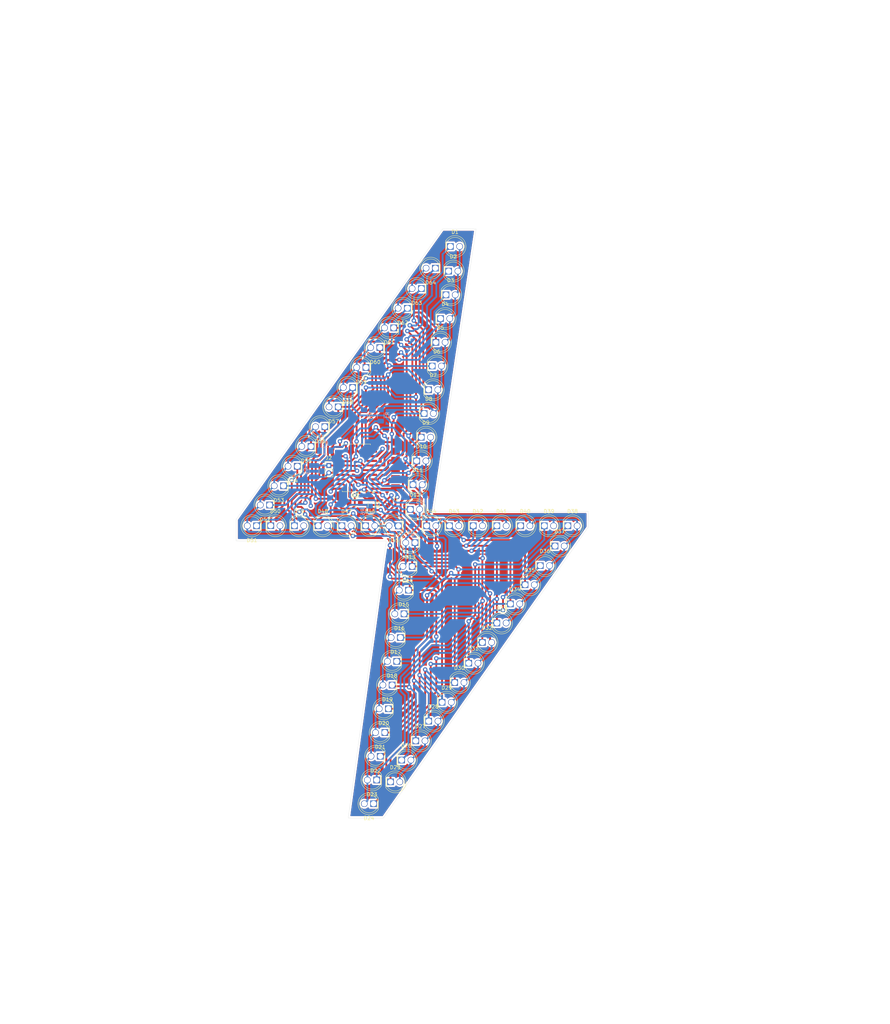
<source format=kicad_pcb>
(kicad_pcb (version 20241229) (generator "pcbnew") (generator_version "9.0")
  (layers (0 "F.Cu" signal) (2 "B.Cu" signal) (13 "F.Paste" user) (15 "B.Paste" user) (5 "F.SilkS" user "F.Silkscreen") (7 "B.SilkS" user "B.Silkscreen") (1 "F.Mask" user) (3 "B.Mask" user) (25 "Edge.Cuts" user))
  (net 0 "")
  (net 1 "Net-(D14-K)")
  (net 2 "Net-(D16-K)")
  (net 3 "GND")
  (net 4 "Net-(U1-PA6)")
  (net 5 "Net-(D1-K)")
  (net 6 "+5V")
  (net 7 "Net-(D15-K)")
  (net 8 "Net-(U1-PA4)")
  (net 9 "Net-(U1-PA2)")
  (net 10 "Net-(U1-AREF{slash}PA3)")
  (net 11 "Net-(U1-PA5)")
  (net 12 "Net-(D10-K)")
  (net 13 "Net-(D12-K)")
  (net 14 "Net-(U1-PA1)")
  (net 15 "Net-(U1-PA7)")
  (net 16 "Net-(D11-K)")
  (net 17 "Net-(D13-K)")
  (net 18 "Net-(U1-PA0)")
  (net 19 "Net-(D17-A)")
  (net 20 "Net-(D1-A)")
  (net 21 "Net-(D10-A)")
  (net 22 "Net-(D25-A)")
  (net 23 "Net-(D33-A)")
  (net 24 "Net-(D41-A)")
  (net 25 "Net-(D49-A)")
  (net 26 "Net-(D57-A)")
  (footprint "Package_SO:SOIC-20W_7.5x12.8mm_P1.27mm" (layer "F.Cu") (at 112.19 127.127 180)
    (property "Reference" "U1")
    (property "Value" "ATtiny861A-S")
  )
  (footprint "Library_zani:LED_D5.0mm_mod" (layer "F.Cu") (at 108.225 143)
    (property "Reference" "D47")
    (property "Value" "LED")
  )
  (footprint "Library_zani:LED_D5.0mm_mod" (layer "F.Cu") (at 118.6382 94.2086 180)
    (property "Reference" "D60")
    (property "Value" "LED")
  )
  (footprint "Library_zani:LED_D5.0mm_mod" (layer "F.Cu") (at 131.99 105.75)
    (property "Reference" "D7")
    (property "Value" "LED")
  )
  (footprint "Library_zani:LED_D5.0mm_mod" (layer "F.Cu") (at 137.725 143)
    (property "Reference" "D43")
    (property "Value" "LED")
  )
  (footprint "Library_zani:LED_D5.0mm_mod" (layer "F.Cu") (at 128.27 147.620647 180)
    (property "Reference" "D13")
    (property "Value" "LED")
  )
  (footprint "Library_zani:LED_D5.0mm_mod" (layer "F.Cu") (at 133.99 92.75)
    (property "Reference" "D5")
    (property "Value" "LED")
  )
  (footprint "Resistor_SMD:R_1206_3216Metric_Pad1.30x1.75mm_HandSolder" (layer "F.Cu") (at 116.332 137.16 -90)
    (property "Reference" "R3")
    (property "Value" "110")
  )
  (footprint "Library_zani:LED_D5.0mm_mod" (layer "F.Cu") (at 99.766 121.2596 180)
    (property "Reference" "D55")
    (property "Value" "LED")
  )
  (footprint "Library_zani:LED_D5.0mm_mod" (layer "F.Cu") (at 121.5644 213.1314)
    (property "Reference" "D25")
    (property "Value" "LED")
  )
  (footprint "Library_zani:LED_D5.0mm_mod" (layer "F.Cu") (at 133.8528 72.4408 180)
    (property "Reference" "D64")
    (property "Value" "LED")
  )
  (footprint "Library_zani:LED_D5.0mm_mod" (layer "F.Cu") (at 150.725 143)
    (property "Reference" "D41")
    (property "Value" "LED")
  )
  (footprint "Library_zani:LED_D5.0mm_mod" (layer "F.Cu") (at 124.6124 207.1624)
    (property "Reference" "D26")
    (property "Value" "LED")
  )
  (footprint "Library_zani:LED_D5.0mm_mod" (layer "F.Cu") (at 127.5 154.120647 180)
    (property "Reference" "D14")
    (property "Value" "LED")
  )
  (footprint "Library_zani:LED_D5.0mm_mod" (layer "F.Cu") (at 126.5 160.620647 180)
    (property "Reference" "D15")
    (property "Value" "LED")
  )
  (footprint "Library_zani:LED_D5.0mm_mod" (layer "F.Cu") (at 157.225 143)
    (property "Reference" "D40")
    (property "Value" "LED")
  )
  (footprint "Library_zani:LED_D5.0mm_mod" (layer "F.Cu") (at 158.4452 159.1564)
    (property "Reference" "D35")
    (property "Value" "LED")
  )
  (footprint "Library_zani:LED_D5.0mm_mod" (layer "F.Cu") (at 130.765 112.25)
    (property "Reference" "D8")
    (property "Value" "LED")
  )
  (footprint "Library_zani:LED_D5.0mm_mod" (layer "F.Cu") (at 162.6108 153.924)
    (property "Reference" "D36")
    (property "Value" "LED")
  )
  (footprint "Library_zani:LED_D5.0mm_mod" (layer "F.Cu") (at 166.6494 148.5392)
    (property "Reference" "D37")
    (property "Value" "LED")
  )
  (footprint "Library_zani:LED_D5.0mm_mod" (layer "F.Cu") (at 101.725 143)
    (property "Reference" "D48")
    (property "Value" "LED")
  )
  (footprint "Library_zani:LED_D5.0mm_mod" (layer "F.Cu") (at 136.765 79.75)
    (property "Reference" "D3")
    (property "Value" "LED")
  )
  (footprint "Library_zani:LED_D5.0mm_mod" (layer "F.Cu") (at 103.5506 115.8748 180)
    (property "Reference" "D56")
    (property "Value" "LED")
  )
  (footprint "Library_zani:LED_D5.0mm_mod" (layer "F.Cu") (at 118.765 206.120647 180)
    (property "Reference" "D22")
    (property "Value" "LED")
  )
  (footprint "Library_zani:LED_D5.0mm_mod" (layer "F.Cu") (at 123.697224 143.024996 180)
    (property "Reference" "D45")
    (property "Value" "LED")
  )
  (footprint "Library_zani:LED_D5.0mm_mod" (layer "F.Cu") (at 117.765 212.620647 180)
    (property "Reference" "D23")
    (property "Value" "LED")
  )
  (footprint "Library_zani:LED_D5.0mm_mod" (layer "F.Cu") (at 128.725 125.25)
    (property "Reference" "D10")
    (property "Value" "LED")
  )
  (footprint "Library_zani:LED_D5.0mm_mod" (layer "F.Cu") (at 120 199.620647 180)
    (property "Reference" "D21")
    (property "Value" "LED")
  )
  (footprint "Connector_PinHeader_2.00mm:PinHeader_1x02_P2.00mm_Vertical" (layer "F.Cu") (at 104.648 126.492)
    (property "Reference" "J2")
    (property "Value" "Conn_01x02_Pin")
  )
  (footprint "Library_zani:LED_D5.0mm_mod" (layer "F.Cu") (at 128.4732 201.9046)
    (property "Reference" "D27")
    (property "Value" "LED")
  )
  (footprint "Library_zani:LED_D5.0mm_mod" (layer "F.Cu") (at 111.1706 105.1306 180)
    (property "Reference" "D58")
    (property "Value" "LED")
  )
  (footprint "Library_zani:LED_D5.0mm_mod" (layer "F.Cu") (at 127 138.5)
    (property "Reference" "D12")
    (property "Value" "LED")
  )
  (footprint "Resistor_SMD:R_1206_3216Metric_Pad1.30x1.75mm_HandSolder" (layer "F.Cu") (at 111.734 136.652)
    (property "Reference" "R2")
    (property "Value" "110")
  )
  (footprint "Library_zani:LED_D5.0mm_mod" (layer "F.Cu") (at 88.7222 142.9766)
    (property "Reference" "D50")
    (property "Value" "LED")
  )
  (footprint "Library_zani:LED_D5.0mm_mod" (layer "F.Cu") (at 116.9162 219.119447 180)
    (property "Reference" "D24")
    (property "Value" "LED")
  )
  (footprint "Library_zani:LED_D5.0mm_mod" (layer "F.Cu") (at 121 193.120647 180)
    (property "Reference" "D20")
    (property "Value" "LED")
  )
  (footprint "Library_zani:LED_D5.0mm_mod" (layer "F.Cu") (at 92.2222 132.0546 180)
    (property "Reference" "D53")
    (property "Value" "LED")
  )
  (footprint "Library_zani:LED_D5.0mm_mod" (layer "F.Cu") (at 124.265 173.620647 180)
    (property "Reference" "D17")
    (property "Value" "LED")
  )
  (footprint "Library_zani:LED_D5.0mm_mod" (layer "F.Cu") (at 84.836 143 180)
    (property "Reference" "D51")
    (property "Value" "LED")
  )
  (footprint "Library_zani:LED_D5.0mm_mod" (layer "F.Cu") (at 137.49 73.25)
    (property "Reference" "D2")
    (property "Value" "LED")
  )
  (footprint "Library_zani:LED_D5.0mm_mod" (layer "F.Cu") (at 114.8282 99.6442 180)
    (property "Reference" "D59")
    (property "Value" "LED")
  )
  (footprint "Library_zani:LED_D5.0mm_mod" (layer "F.Cu") (at 122.4482 88.7984 180)
    (property "Reference" "D61")
    (property "Value" "LED")
  )
  (footprint "Library_zani:LED_D5.0mm_mod" (layer "F.Cu") (at 122 186.620647 180)
    (property "Reference" "D19")
    (property "Value" "LED")
  )
  (footprint "Library_zani:LED_D5.0mm_mod" (layer "F.Cu") (at 127.725 131.75)
    (property "Reference" "D11")
    (property "Value" "LED")
  )
  (footprint "Library_zani:LED_D5.0mm_mod" (layer "F.Cu") (at 114.725 143)
    (property "Reference" "D46")
    (property "Value" "LED")
  )
  (footprint "Library_zani:LED_D5.0mm_mod" (layer "F.Cu") (at 131.46 143)
    (property "Reference" "D44")
    (property "Value" "LED")
  )
  (footprint "Library_zani:LED_D5.0mm_mod" (layer "F.Cu") (at 154.432 164.3888)
    (property "Reference" "D34")
    (property "Value" "LED")
  )
  (footprint "Library_zani:LED_D5.0mm_mod" (layer "F.Cu") (at 132.0292 196.4944)
    (property "Reference" "D28")
    (property "Value" "LED")
  )
  (footprint "Library_zani:LED_D5.0mm_mod" (layer "F.Cu") (at 95.225 143)
    (property "Reference" "D49")
    (property "Value" "LED")
  )
  (footprint "Library_zani:LED_D5.0mm_mod" (layer "F.Cu") (at 107.2336 110.4392 180)
    (property "Reference" "D57")
    (property "Value" "LED")
  )
  (footprint "Library_zani:LED_D5.0mm_mod" (layer "F.Cu") (at 126.182 83.4136 180)
    (property "Reference" "D62")
    (property "Value" "LED")
  )
  (footprint "Library_zani:LED_D5.0mm_mod" (layer "F.Cu") (at 132.99 99.25)
    (property "Reference" "D6")
    (property "Value" "LED")
  )
  (footprint "Library_zani:LED_D5.0mm_mod" (layer "F.Cu") (at 146.7358 174.9298)
    (property "Reference" "D32")
    (property "Value" "LED")
  )
  (footprint "Library_zani:LED_D5.0mm_mod" (layer "F.Cu") (at 130.0174 78.0288 180)
    (property "Reference" "D63")
    (property "Value" "LED")
  )
  (footprint "Library_zani:LED_D5.0mm_mod" (layer "F.Cu") (at 137.9678 66.5)
    (property "Reference" "D1")
    (property "Value" "LED")
  )
  (footprint "Library_zani:LED_D5.0mm_mod" (layer "F.Cu") (at 144.225 143)
    (property "Reference" "D42")
    (property "Value" "LED")
  )
  (footprint "Library_zani:LED_D5.0mm_mod" (layer "F.Cu") (at 135.6868 191.3382)
    (property "Reference" "D29")
    (property "Value" "LED")
  )
  (footprint "Connector_PinHeader_2.00mm:PinHeader_1x06_P2.00mm_Vertical_SMD_Pin1Left" (layer "F.Cu") (at 121.936 127.1255 180)
    (property "Reference" "J1")
    (property "Value" "Conn_01x06_Pin")
  )
  (footprint "Library_zani:LED_D5.0mm_mod" (layer "F.Cu") (at 129.99 118.75)
    (property "Reference" "D9")
    (property "Value" "LED")
  )
  (footprint "Library_zani:LED_D5.0mm_mod" (layer "F.Cu") (at 143.002 180.6194)
    (property "Reference" "D31")
    (property "Value" "LED")
  )
  (footprint "Library_zani:LED_D5.0mm_mod" (layer "F.Cu") (at 163.725 143)
    (property "Reference" "D39")
    (property "Value" "LED")
  )
  (footprint "Library_zani:LED_D5.0mm_mod" (layer "F.Cu") (at 125.265 167.120647 180)
    (property "Reference" "D16")
    (property "Value" "LED")
  )
  (footprint "Library_zani:LED_D5.0mm_mod" (layer "F.Cu") (at 170.18 143)
    (property "Reference" "D38")
    (property "Value" "LED")
  )
  (footprint "Library_zani:LED_D5.0mm_mod" (layer "F.Cu") (at 96.0068 126.6952 180)
    (property "Reference" "D54")
    (property "Value" "LED")
  )
  (footprint "Library_zani:LED_D5.0mm_mod" (layer "F.Cu") (at 139.1666 185.928)
    (property "Reference" "D30")
    (property "Value" "LED")
  )
  (footprint "Library_zani:LED_D5.0mm_mod" (layer "F.Cu") (at 135.265 86.25)
    (property "Reference" "D4")
    (property "Value" "LED")
  )
  (footprint "Library_zani:LED_D5.0mm_mod" (layer "F.Cu") (at 88.4072 137.3124 180)
    (property "Reference" "D52")
    (property "Value" "LED")
  )
  (footprint "Library_zani:LED_D5.0mm_mod" (layer "F.Cu") (at 150.7236 169.6212)
    (property "Reference" "D33")
    (property "Value" "LED")
  )
  (footprint "Library_zani:LED_D5.0mm_mod" (layer "F.Cu") (at 123.265 180.120647 180)
    (property "Reference" "D18")
    (property "Value" "LED")
  )
  (footprint "Resistor_SMD:R_1206_3216Metric_Pad1.30x1.75mm_HandSolder" (layer "B.Cu") (at 129.514 134.62)
    (property "Reference" "R5")
    (property "Value" "110")
  )
  (footprint "Resistor_SMD:R_1206_3216Metric_Pad1.30x1.75mm_HandSolder" (layer "B.Cu") (at 115.824 139.166 -90)
    (property "Reference" "R6")
    (property "Value" "110")
  )
  (footprint "Capacitor_SMD:C_1210_3225Metric_Pad1.33x2.70mm_HandSolder" (layer "B.Cu") (at 100.584 128.0545 -90)
    (property "Reference" "C1")
    (property "Value" "10 u")
  )
  (footprint "Resistor_SMD:R_1206_3216Metric_Pad1.30x1.75mm_HandSolder" (layer "B.Cu") (at 128.524 143.990174 -45)
    (property "Reference" "R4")
    (property "Value" "110")
  )
  (footprint "Resistor_SMD:R_1206_3216Metric_Pad1.30x1.75mm_HandSolder" (layer "B.Cu") (at 103.632 122.428 180)
    (property "Reference" "R7")
    (property "Value" "110")
  )
  (footprint "Resistor_SMD:R_1206_3216Metric_Pad1.30x1.75mm_HandSolder" (layer "B.Cu") (at 114.3 112.802 90)
    (property "Reference" "R8")
    (property "Value" "110")
  )
  (footprint "Resistor_SMD:R_1206_3216Metric_Pad1.30x1.75mm_HandSolder" (layer "B.Cu") (at 118.872 112.802 90)
    (property "Reference" "R1")
    (property "Value" "110")
  )
  (gr_line (start 145.022899 61.717899) (end 133.383471 139.036953) (stroke (width 0.05)) (layer "Edge.Cuts"))
  (gr_line (start 109.982 223.012) (end 120.396 147.122257) (stroke (width 0.05)) (layer "Edge.Cuts"))
  (gr_line (start 120.396 147.122257) (end 79.248 147.122257) (stroke (width 0.05)) (layer "Edge.Cuts"))
  (gr_line (start 79.248 141.224) (end 135.796118 61.717899) (stroke (width 0.05)) (layer "Edge.Cuts"))
  (gr_line (start 79.248 147.122257) (end 79.248 141.224) (stroke (width 0.05)) (layer "Edge.Cuts"))
  (gr_line (start 175.768 143.408366) (end 119.634 223.012) (stroke (width 0.05)) (layer "Edge.Cuts"))
  (gr_line (start 135.796118 61.717899) (end 145.022899 61.717899) (stroke (width 0.05)) (layer "Edge.Cuts"))
  (gr_line (start 175.768 139.036953) (end 175.768 143.408366) (stroke (width 0.05)) (layer "Edge.Cuts"))
  (gr_line (start 109.982 223.012) (end 119.634 223.012) (stroke (width 0.05)) (layer "Edge.Cuts"))
  (gr_line (start 133.383471 139.036953) (end 175.768 139.036953) (stroke (width 0.05)) (layer "Edge.Cuts"))
  (segment (start 105.156 137.16) (end 105.156 140.348) (width 0.5) (layer "F.Cu") (net 1))
  (segment (start 131.064 191.732744) (end 123.806372 198.990372) (width 0.5) (layer "F.Cu") (net 1))
  (segment (start 93.472 135.636) (end 93.472 138.684) (width 0.5) (layer "F.Cu") (net 1))
  (segment (start 123.806372 201.530372) (end 119.216097 206.120647) (width 0.5) (layer "F.Cu") (net 1))
  (segment (start 127.5 154.120647) (end 127.5 151.987275) (width 0.5) (layer "F.Cu") (net 1))
  (segment (start 131.064 182.372) (end 131.064 191.732744) (width 0.5) (layer "F.Cu") (net 1))
  (segment (start 115.360248 123.952) (end 113.747 122.338752) (width 0.5) (layer "F.Cu") (net 1))
  (segment (start 123.806372 198.990372) (end 123.806372 201.530372) (width 0.5) (layer "F.Cu") (net 1))
  (segment (start 127.5 151.987275) (end 126.440362 150.927637) (width 0.5) (layer "F.Cu") (net 1))
  (segment (start 93.472 138.684) (end 96.012 141.224) (width 0.5) (layer "F.Cu") (net 1))
  (segment (start 125.286495 150.927637) (end 123.078 148.719142) (width 0.5) (layer "F.Cu") (net 1))
  (segment (start 119.558423 102.165026) (end 119.903 102.509603) (width 0.5) (layer "F.Cu") (net 1))
  (segment (start 120.34982 100.254423) (end 119.558423 101.04582) (width 0.5) (layer "F.Cu") (net 1))
  (segment (start 121.226199 99.122991) (end 121.226199 99.379457) (width 0.5) (layer "F.Cu") (net 1))
  (segment (start 140.187851 156.484149) (end 139.1666 157.5054) (width 0.5) (layer "F.Cu") (net 1))
  (segment (start 116.505 144.78) (end 118.872 144.78) (width 0.5) (layer "F.Cu") (net 1))
  (segment (start 122.417368 145.676996) (end 119.768996 145.676996) (width 0.5) (layer "F.Cu") (net 1))
  (segment (start 123.078 146.337628) (end 122.417368 145.676996) (width 0.5) (layer "F.Cu") (net 1))
  (segment (start 117.873364 123.952) (end 116.84 123.952) (width 0.5) (layer "F.Cu") (net 1))
  (segment (start 119.768996 145.676996) (end 118.872 144.78) (width 0.5) (layer "F.Cu") (net 1))
  (segment (start 116.84 123.952) (end 115.360248 123.952) (width 0.5) (layer "F.Cu") (net 1))
  (segment (start 102.961372 140.348) (end 105.156 140.348) (width 0.5) (layer "F.Cu") (net 1))
  (segment (start 127.5 154.120647) (end 139.388647 154.120647) (width 0.5) (layer "F.Cu") (net 1))
  (segment (start 139.388647 154.120647) (end 140.208 154.94) (width 0.5) (layer "F.Cu") (net 1))
  (segment (start 119.558423 101.04582) (end 119.558423 102.165026) (width 0.5) (layer "F.Cu") (net 1))
  (segment (start 139.1666 157.5054) (end 139.1666 185.928) (width 0.5) (layer "F.Cu") (net 1))
  (segment (start 113.747 122.338752) (end 113.747 114.453372) (width 0.5) (layer "F.Cu") (net 1))
  (segment (start 119.903 102.509603) (end 119.903 108.297372) (width 0.5) (layer "F.Cu") (net 1))
  (segment (start 120.351233 100.254423) (end 120.34982 100.254423) (width 0.5) (layer "F.Cu") (net 1))
  (segment (start 119.38 122.445364) (end 117.873364 123.952) (width 0.5) (layer "F.Cu") (net 1))
  (segment (start 119.903 108.297372) (end 113.747 114.453372) (width 0.5) (layer "F.Cu") (net 1))
  (segment (start 126.440362 150.927637) (end 125.286495 150.927637) (width 0.5) (layer "F.Cu") (net 1))
  (segment (start 123.078 148.719142) (end 123.078 146.337628) (width 0.5) (layer "F.Cu") (net 1))
  (segment (start 105.156 140.348) (end 110.604 140.348) (width 0.5) (layer "F.Cu") (net 1))
  (segment (start 119.38 121.92) (end 119.38 122.445364) (width 0.5) (layer "F.Cu") (net 1))
  (segment (start 102.085372 141.224) (end 102.961372 140.348) (width 0.5) (layer "F.Cu") (net 1))
  (segment (start 140.208 154.94) (end 140.187851 154.960149) (width 0.5) (layer "F.Cu") (net 1))
  (segment (start 114.725 143) (end 116.505 144.78) (width 0.5) (layer "F.Cu") (net 1))
  (segment (start 96.012 141.224) (end 102.085372 141.224) (width 0.5) (layer "F.Cu") (net 1))
  (segment (start 96.012 133.096) (end 93.472 135.636) (width 0.5) (layer "F.Cu") (net 1))
  (segment (start 96.012 126.7004) (end 96.012 133.096) (width 0.5) (layer "F.Cu") (net 1))
  (segment (start 140.187851 154.960149) (end 140.187851 156.484149) (width 0.5) (layer "F.Cu") (net 1))
  (segment (start 121.226199 99.379457) (end 120.351233 100.254423) (width 0.5) (layer "F.Cu") (net 1))
  (segment (start 110.604 140.348) (end 111.3385 139.6135) (width 0.5) (layer "F.Cu") (net 1))
  (via (at 105.156 137.16) (size 1.2) (drill 0.6) (layers "F.Cu" "B.Cu") (net 1))
  (via (at 140.208 154.94) (size 1.2) (drill 0.6) (layers "F.Cu" "B.Cu") (net 1))
  (via (at 119.38 121.92) (size 1.2) (drill 0.6) (layers "F.Cu" "B.Cu") (net 1))
  (via (at 131.064 182.372) (size 1.2) (drill 0.6) (layers "F.Cu" "B.Cu") (net 1))
  (via (at 111.3385 139.6135) (size 1.2) (drill 0.6) (layers "F.Cu" "B.Cu") (net 1))
  (via (at 121.226199 99.122991) (size 1.2) (drill 0.6) (layers "F.Cu" "B.Cu") (net 1))
  (segment (start 168.656 144.524) (end 170.18 143) (width 0.5) (layer "B.Cu") (net 1))
  (segment (start 156.972 154.94) (end 167.132 144.78) (width 0.5) (layer "B.Cu") (net 1))
  (segment (start 124.0992 90.4494) (end 124.0992 87.1474) (width 0.5) (layer "B.Cu") (net 1))
  (segment (start 167.132 144.78) (end 168.656 144.78) (width 0.5) (layer "B.Cu") (net 1))
  (segment (start 132.99 99.25) (end 120.904 99.25) (width 0.5) (layer "B.Cu") (net 1))
  (segment (start 121.226199 99.122991) (end 120.396 98.292792) (width 0.5) (layer "B.Cu") (net 1))
  (segment (start 121.92 90.4494) (end 124.0992 90.4494) (width 0.5) (layer "B.Cu") (net 1))
  (segment (start 139.1666 185.928) (end 134.62 185.928) (width 0.5) (layer "B.Cu") (net 1))
  (segment (start 140.208 154.94) (end 156.972 154.94) (width 0.5) (layer "B.Cu") (net 1))
  (segment (start 122.4482 87.1474) (end 126.182 83.4136) (width 0.5) (layer "B.Cu") (net 1))
  (segment (start 121.031009 99.122991) (end 120.904 99.25) (width 0.5) (layer "B.Cu") (net 1))
  (segment (start 110.474628 129.301372) (end 112.938806 129.301372) (width 0.5) (layer "B.Cu") (net 1))
  (segment (start 113.792 127.508) (end 119.38 121.92) (width 0.5) (layer "B.Cu") (net 1))
  (segment (start 111.3385 139.6135) (end 114.725 143) (width 0.5) (layer "B.Cu") (net 1))
  (segment (start 134.62 185.928) (end 131.064 182.372) (width 0.5) (layer "B.Cu") (net 1))
  (segment (start 105.156 137.16) (end 106.615372 135.700628) (width 0.5) (layer "B.Cu") (net 1))
  (segment (start 168.656 144.78) (end 168.656 144.524) (width 0.5) (layer "B.Cu") (net 1))
  (segment (start 121.226199 99.122991) (end 121.031009 99.122991) (width 0.5) (layer "B.Cu") (net 1))
  (segment (start 112.938806 129.301372) (end 113.792 128.448178) (width 0.5) (layer "B.Cu") (net 1))
  (segment (start 106.615372 135.700628) (end 106.615372 133.160628) (width 0.5) (layer "B.Cu") (net 1))
  (segment (start 120.396 98.292792) (end 120.396 94.488) (width 0.5) (layer "B.Cu") (net 1))
  (segment (start 106.615372 133.160628) (end 110.474628 129.301372) (width 0.5) (layer "B.Cu") (net 1))
  (segment (start 121.92 92.964) (end 121.92 90.4494) (width 0.5) (layer "B.Cu") (net 1))
  (segment (start 120.396 94.488) (end 121.92 92.964) (width 0.5) (layer "B.Cu") (net 1))
  (segment (start 124.0992 87.1474) (end 122.4482 87.1474) (width 0.5) (layer "B.Cu") (net 1))
  (segment (start 113.792 128.448178) (end 113.792 127.508) (width 0.5) (layer "B.Cu") (net 1))
  (segment (start 118.916 142.316133) (end 118.347933 141.748067) (width 0.5) (layer "F.Cu") (net 2))
  (segment (start 118.916 143.3) (end 118.916 142.316133) (width 0.5) (layer "F.Cu") (net 2))
  (segment (start 122.428 113.284) (end 122.428 114.3) (width 0.5) (layer "F.Cu") (net 2))
  (segment (start 146.812 151.892) (end 146.7358 151.9682) (width 0.5) (layer "F.Cu") (net 2))
  (segment (start 132.588 191.624372) (end 124.983 199.229372) (width 0.5) (layer "F.Cu") (net 2))
  (segment (start 103.5506 117.4294) (end 103.5506 115.8748) (width 0.5) (layer "F.Cu") (net 2))
  (segment (start 98.149595 139.874) (end 98.149595 139.594405) (width 0.5) (layer "F.Cu") (net 2))
  (segment (start 130.048 105.223628) (end 130.048 111.533) (width 0.5) (layer "F.Cu") (net 2))
  (segment (start 98.029 129.390628) (end 99.045 128.374628) (width 0.5) (layer "F.Cu") (net 2))
  (segment (start 117.948867 141.349) (end 103.376 141.349) (width 0.5) (layer "F.Cu") (net 2))
  (segment (start 101.417 122.9106) (end 101.417 119.563) (width 0.5) (layer "F.Cu") (net 2))
  (segment (start 140.716 151.892) (end 139.488353 153.119647) (width 0.5) (layer "F.Cu") (net 2))
  (segment (start 119.416 211.9778) (end 119.416 216.619647) (width 0.5) (layer "F.Cu") (net 2))
  (segment (start 101.417 119.563) (end 103.5506 117.4294) (width 0.5) (layer "F.Cu") (net 2))
  (segment (start 124.079 145.923) (end 122.831996 144.675996) (width 0.5) (layer "F.Cu") (net 2))
  (segment (start 119.416 216.619647) (end 116.9162 219.119447) (width 0.5) (layer "F.Cu") (net 2))
  (segment (start 120.416 210.9778) (end 119.416 211.9778) (width 0.5) (layer "F.Cu") (net 2))
  (segment (start 146.7358 151.9682) (end 146.7358 174.9298) (width 0.5) (layer "F.Cu") (net 2))
  (segment (start 98.029 133.910256) (end 98.029 129.390628) (width 0.5) (layer "F.Cu") (net 2))
  (segment (start 146.812 151.892) (end 140.716 151.892) (width 0.5) (layer "F.Cu") (net 2))
  (segment (start 126.861008 88.079008) (end 129.555 90.773) (width 0.5) (layer "F.Cu") (net 2))
  (segment (start 99.045 128.374628) (end 99.045 124.49) (width 0.5) (layer "F.Cu") (net 2))
  (segment (start 95.474 136.465256) (end 98.029 133.910256) (width 0.5) (layer "F.Cu") (net 2))
  (segment (start 130.048 111.533) (end 130.765 112.25) (width 0.5) (layer "F.Cu") (net 2))
  (segment (start 125.126486 149.352) (end 124.079 148.304514) (width 0.5) (layer "F.Cu") (net 2))
  (segment (start 124.079 148.304514) (end 124.079 145.923) (width 0.5) (layer "F.Cu") (net 2))
  (segment (start 119.301397 120.088) (end 122.936 120.088) (width 0.5) (layer "F.Cu") (net 2))
  (segment (start 97.926 138.632397) (end 97.134603 137.841) (width 0.5) (layer "F.Cu") (net 2))
  (segment (start 124.983 199.229372) (end 124.983 201.769372) (width 0.5) (layer "F.Cu") (net 2))
  (segment (start 96.116595 137.841) (end 95.474 137.198405) (width 0.5) (layer "F.Cu") (net 2))
  (segment (start 117.977397 121.412) (end 119.301397 120.088) (width 0.5) (layer "F.Cu") (net 2))
  (segment (start 122.428 114.3) (end 121.92 114.808) (width 0.5) (layer "F.Cu") (net 2))
  (segment (start 139.488353 153.119647) (end 130.048 153.119647) (width 0.5) (layer "F.Cu") (net 2))
  (segment (start 118.347933 141.748067) (end 117.948867 141.349) (width 0.5) (layer "F.Cu") (net 2))
  (segment (start 122.831996 144.675996) (end 120.291996 144.675996) (width 0.5) (layer "F.Cu") (net 2))
  (segment (start 120.291996 144.675996) (end 118.916 143.3) (width 0.5) (layer "F.Cu") (net 2))
  (segment (start 97.134603 137.841) (end 96.116595 137.841) (width 0.5) (layer "F.Cu") (net 2))
  (segment (start 132.588 180.848) (end 132.588 191.624372) (width 0.5) (layer "F.Cu") (net 2))
  (segment (start 130.048 153.119647) (end 126.280353 149.352) (width 0.5) (layer "F.Cu") (net 2))
  (segment (start 129.555 90.773) (end 129.555 104.730628) (width 0.5) (layer "F.Cu") (net 2))
  (segment (start 121.92 114.808) (end 121.92 120.088) (width 0.5) (layer "F.Cu") (net 2))
  (segment (start 122.936 135.636) (end 123.444 135.128) (width 0.5) (layer "F.Cu") (net 2))
  (segment (start 97.926 139.650405) (end 97.926 138.632397) (width 0.5) (layer "F.Cu") (net 2))
  (segment (start 126.82722 88.079008) (end 126.861008 88.079008) (width 0.5) (layer "F.Cu") (net 2))
  (segment (start 95.474 137.198405) (end 95.474 136.465256) (width 0.5) (layer "F.Cu") (net 2))
  (segment (start 122.936 137.16) (end 122.936 135.636) (width 0.5) (layer "F.Cu") (net 2))
  (segment (start 103.376 141.349) (end 101.725 143) (width 0.5) (layer "F.Cu") (net 2))
  (segment (start 120.416 206.336372) (end 120.416 210.9778) (width 0.5) (layer "F.Cu") (net 2))
  (segment (start 99.045 124.49) (end 100.6244 122.9106) (width 0.5) (layer "F.Cu") (net 2))
  (segment (start 126.280353 149.352) (end 125.126486 149.352) (width 0.5) (layer "F.Cu") (net 2))
  (segment (start 118.347933 141.748067) (end 122.936 137.16) (width 0.5) (layer "F.Cu") (net 2))
  (segment (start 98.149595 139.874) (end 97.926 139.650405) (width 0.5) (layer "F.Cu") (net 2))
  (segment (start 129.555 104.730628) (end 130.048 105.223628) (width 0.5) (layer "F.Cu") (net 2))
  (segment (start 100.6244 122.9106) (end 101.417 122.9106) (width 0.5) (layer "F.Cu") (net 2))
  (segment (start 124.983 201.769372) (end 120.416 206.336372) (width 0.5) (layer "F.Cu") (net 2))
  (segment (start 116.84 121.412) (end 117.977397 121.412) (width 0.5) (layer "F.Cu") (net 2))
  (via (at 98.149595 139.874) (size 1.2) (drill 0.6) (layers "F.Cu" "B.Cu") (net 2))
  (via (at 146.812 163.576) (size 1.2) (drill 0.6) (layers "F.Cu" "B.Cu") (net 2))
  (via (at 132.588 180.848) (size 1.2) (drill 0.6) (layers "F.Cu" "B.Cu") (net 2))
  (via (at 146.812 151.892) (size 1.2) (drill 0.6) (layers "F.Cu" "B.Cu") (net 2))
  (via (at 123.444 135.128) (size 1.2) (drill 0.6) (layers "F.Cu" "B.Cu") (net 2))
  (via (at 121.92 117.856) (size 1.2) (drill 0.6) (layers "F.Cu" "B.Cu") (net 2))
  (via (at 126.82722 88.079008) (size 1.2) (drill 0.6) (layers "F.Cu" "B.Cu") (net 2))
  (via (at 122.428 113.284) (size 1.2) (drill 0.6) (layers "F.Cu" "B.Cu") (net 2))
  (segment (start 146.812 148.844) (end 149.352 146.304) (width 0.5) (layer "B.Cu") (net 2))
  (segment (start 153.921 146.304) (end 157.225 143) (width 0.5) (layer "B.Cu") (net 2))
  (segment (start 131.572 79.6798) (end 131.6684 79.6798) (width 0.5) (layer "B.Cu") (net 2))
  (segment (start 149.352 146.304) (end 153.921 146.304) (width 0.5) (layer "B.Cu") (net 2))
  (segment (start 122.372038 133.299501) (end 121.412 133.299501) (width 0.5) (layer "B.Cu") (net 2))
  (segment (start 130.765 112.25) (end 123.462 112.25) (width 0.5) (layer "B.Cu") (net 2))
  (segment (start 123.444 134.371462) (end 122.372038 133.299501) (width 0.5) (layer "B.Cu") (net 2))
  (segment (start 127.071813 87.834415) (end 127.394992 88.157595) (width 0.5) (layer "B.Cu") (net 2))
  (segment (start 123.163435 134.090898) (end 123.163435 134.847435) (width 0.5) (layer "B.Cu") (net 2))
  (segment (start 131.572 76.3778) (end 131.572 74.7216) (width 0.5) (layer "B.Cu") (net 2))
  (segment (start 135.590795 167.120647) (end 137.103442 165.608) (width 0.5) (layer "B.Cu") (net 2))
  (segment (start 121.412 133.299501) (end 121.381499 133.269) (width 0.5) (layer "B.Cu") (net 2))
  (segment (start 115.824 130.048) (end 115.824 129.54) (width 0.5) (layer "B.Cu") (net 2))
  (segment (start 129.305595 87.366198) (end 129.305595 82.022405) (width 0.5) (layer "B.Cu") (net 2))
  (segment (start 123.462 112.25) (end 122.428 113.284) (width 0.5) (layer "B.Cu") (net 2))
  (segment (start 126.82722 88.079008) (end 127.071813 87.834415) (width 0.5) (layer "B.Cu") (net 2))
  (segment (start 115.824 129.54) (end 121.92 123.444) (width 0.5) (layer "B.Cu") (net 2))
  (segment (start 139.4714 180.848) (end 145.3896 174.9298) (width 0.5) (layer "B.Cu") (net 2))
  (segment (start 145.3896 174.9298) (end 146.7358 174.9298) (width 0.5) (layer "B.Cu") (net 2))
  (segment (start 121.381499 133.269) (end 119.045 133.269) (width 0.5) (layer "B.Cu") (net 2))
  (segment (start 125.265 167.120647) (end 135.590795 167.120647) (width 0.5) (layer "B.Cu") (net 2))
  (segment (start 121.92 123.444) (end 121.92 117.856) (width 0.5) (layer "B.Cu") (net 2))
  (segment (start 123.444 135.128) (end 123.444 134.371462) (width 0.5) (layer "B.Cu") (net 2))
  (segment (start 146.812 151.892) (end 146.812 148.844) (width 0.5) (layer "B.Cu") (net 2))
  (segment (start 128.514198 88.157595) (end 129.305595 87.366198) (width 0.5) (layer "B.Cu") (net 2))
  (segment (start 132.588 180.848) (end 139.4714 180.848) (width 0.5) (layer "B.Cu") (net 2))
  (segment (start 129.305595 82.022405) (end 131.572 79.756) (width 0.5) (layer "B.Cu") (net 2))
  (segment (start 131.6684 76.3778) (end 131.572 76.3778) (width 0.5) (layer "B.Cu") (net 2))
  (segment (start 127.394992 88.157595) (end 128.514198 88.157595) (width 0.5) (layer "B.Cu") (net 2))
  (segment (start 119.045 133.269) (end 115.824 130.048) (width 0.5) (layer "B.Cu") (net 2))
  (segment (start 123.163435 134.847435) (end 123.444 135.128) (width 0.5) (layer "B.Cu") (net 2))
  (segment (start 101.275595 143) (end 98.149595 139.874) (width 0.5) (layer "B.Cu") (net 2))
  (segment (start 122.372038 133.299501) (end 123.163435 134.090898) (width 0.5) (layer "B.Cu") (net 2))
  (segment (start 144.78 165.608) (end 146.812 163.576) (width 0.5) (layer "B.Cu") (net 2))
  (segment (start 137.103442 165.608) (end 144.78 165.608) (width 0.5) (layer "B.Cu") (net 2))
  (segment (start 131.572 74.7216) (end 133.8528 72.4408) (width 0.5) (layer "B.Cu") (net 2))
  (segment (start 131.6684 79.6798) (end 131.6684 76.3778) (width 0.5) (layer "B.Cu") (net 2))
  (segment (start 131.572 79.756) (end 131.572 79.6798) (width 0.5) (layer "B.Cu") (net 2))
  (segment (start 121.7965 122.588) (end 122.936 122.588) (width 0.5) (layer "F.Cu") (net 3))
  (segment (start 105.618594 128.492) (end 106.348594 127.762) (width 0.5) (layer "F.Cu") (net 3))
  (segment (start 119.903 126.492) (end 119.903 124.4815) (width 0.5) (layer "F.Cu") (net 3))
  (segment (start 113.513595 125.430166) (end 113.513595 125.712959) (width 0.5) (layer "F.Cu") (net 3))
  (segment (start 119.903 124.4815) (end 121.7965 122.588) (width 0.5) (layer "F.Cu") (net 3))
  (segment (start 114.292636 126.492) (end 116.84 126.492) (width 0.5) (layer "F.Cu") (net 3))
  (segment (start 106.348594 127.762) (end 107.54 127.762) (width 0.5) (layer "F.Cu") (net 3))
  (segment (start 116.84 126.492) (end 119.903 126.492) (width 0.5) (layer "F.Cu") (net 3))
  (segment (start 112.379203 127.950372) (end 107.728372 127.950372) (width 0.5) (layer "F.Cu") (net 3))
  (segment (start 113.513595 125.712959) (end 114.292636 126.492) (width 0.5) (layer "F.Cu") (net 3))
  (segment (start 113.295128 125.211699) (end 113.513595 125.430166) (width 0.5) (layer "F.Cu") (net 3))
  (segment (start 107.728372 127.950372) (end 107.54 127.762) (width 0.5) (layer "F.Cu") (net 3))
  (segment (start 104.648 128.492) (end 105.618594 128.492) (width 0.5) (layer "F.Cu") (net 3))
  (via (at 113.295128 125.211699) (size 1.2) (drill 0.6) (layers "F.Cu" "B.Cu") (net 3))
  (via (at 112.379203 127.950372) (size 1.2) (drill 0.6) (layers "F.Cu" "B.Cu") (net 3))
  (segment (start 100.584 129.617) (end 103.523 129.617) (width 0.5) (layer "B.Cu") (net 3))
  (segment (start 111.76 125.476) (end 111.76 127.331169) (width 0.5) (layer "B.Cu") (net 3))
  (segment (start 113.295128 125.211699) (end 113.030827 125.476) (width 0.5) (layer "B.Cu") (net 3))
  (segment (start 113.030827 125.476) (end 111.76 125.476) (width 0.5) (layer "B.Cu") (net 3))
  (segment (start 103.523 129.617) (end 104.648 128.492) (width 0.5) (layer "B.Cu") (net 3))
  (segment (start 111.76 127.331169) (end 112.379203 127.950372) (width 0.5) (layer "B.Cu") (net 3))
  (segment (start 109.330342 121.925022) (end 109.330342 120.406572) (width 0.5) (layer "F.Cu") (net 4))
  (segment (start 108.573364 122.682) (end 109.330342 121.925022) (width 0.5) (layer "F.Cu") (net 4))
  (segment (start 107.54 122.682) (end 108.573364 122.682) (width 0.5) (layer "F.Cu") (net 4))
  (via (at 109.330342 120.406572) (size 1.2) (drill 0.6) (layers "F.Cu" "B.Cu") (net 4))
  (segment (start 109.330342 120.406572) (end 108.324914 121.412) (width 0.5) (layer "B.Cu") (net 4))
  (segment (start 106.172 121.412) (end 106.172 121.438) (width 0.5) (layer "B.Cu") (net 4))
  (segment (start 106.172 121.438) (end 105.182 122.428) (width 0.5) (layer "B.Cu") (net 4))
  (segment (start 108.324914 121.412) (end 106.172 121.412) (width 0.5) (layer "B.Cu") (net 4))
  (segment (start 124.968 141.152) (end 124.934372 141.152) (width 0.5) (layer "F.Cu") (net 5))
  (segment (start 124.968 141.185628) (end 124.968 141.152) (width 0.5) (layer "F.Cu") (net 5))
  (segment (start 129.54 113.901) (end 129.54 118.3) (width 0.5) (layer "F.Cu") (net 5))
  (segment (start 140.434647 149.86) (end 143.764 149.86) (width 0.5) (layer "F.Cu") (net 5))
  (segment (start 124.934372 135.848) (end 124.968 135.848) (width 0.5) (layer "F.Cu") (net 5))
  (segment (start 124.549186 136.233186) (end 124.968 135.814372) (width 0.5) (layer "F.Cu") (net 5))
  (segment (start 121.666 132.842) (end 121.92 132.588) (width 0.5) (layer "F.Cu") (net 5))
  (segment (start 130.048 151.384) (end 130.782647 152.118647) (width 0.5) (layer "F.Cu") (net 5))
  (segment (start 143.764 149.86) (end 149.352 149.86) (width 0.5) (layer "F.Cu") (net 5))
  (segment (start 101.831628 123.9116) (end 101.1324 123.9116) (width 0.5) (layer "F.Cu") (net 5))
  (segment (start 124.549186 136.233186) (end 124.934372 135.848) (width 0.5) (layer "F.Cu") (net 5))
  (segment (start 134.112 179.324) (end 134.112 188.468) (width 0.5) (layer "F.Cu") (net 5))
  (segment (start 124.934372 141.152) (end 124.348 140.565628) (width 0.5) (layer "F.Cu") (net 5))
  (segment (start 128.554 92.022275) (end 128.554 111.454628) (width 0.5) (layer "F.Cu") (net 5))
  (segment (start 100.046 124.998) (end 100.046 128.789256) (width 0.5) (layer "F.Cu") (net 5))
  (segment (start 130.782647 152.118647) (end 138.176 152.118647) (width 0.5) (layer "F.Cu") (net 5))
  (segment (start 150.7236 163.0388) (end 150.7236 151.2316) (width 0.5) (layer "F.Cu") (net 5))
  (segment (start 107.2336 110.4392) (end 110.57466 110.4392) (width 0.5) (layer "F.Cu") (net 5))
  (segment (start 124.348 140.565628) (end 124.348 136.434372) (width 0.5) (layer "F.Cu") (net 5))
  (segment (start 130.048 146.265628) (end 124.968 141.185628) (width 0.5) (layer "F.Cu") (net 5))
  (segment (start 124.968 134.62) (end 122.936 132.588) (width 0.5) (layer "F.Cu") (net 5))
  (segment (start 124.968 135.814372) (end 124.968 134.62) (width 0.5) (layer "F.Cu") (net 5))
  (segment (start 114.808 106.20586) (end 114.808 105.156) (width 0.5) (layer "F.Cu") (net 5))
  (segment (start 126.184595 89.65287) (end 128.554 92.022275) (width 0.5) (layer "F.Cu") (net 5))
  (segment (start 125.984 202.184) (end 121.5644 206.6036) (width 0.5) (layer "F.Cu") (net 5))
  (segment (start 110.57466 110.4392) (end 114.808 106.20586) (width 0.5) (layer "F.Cu") (net 5))
  (segment (start 101.1324 123.9116) (end 100.046 124.998) (width 0.5) (layer "F.Cu") (net 5))
  (segment (start 129.114 112.014628) (end 129.114 113.901) (width 0.5) (layer "F.Cu") (net 5))
  (segment (start 134.112 188.468) (end 133.604 188.976) (width 0.5) (layer "F.Cu") (net 5))
  (segment (start 99.03 134.324884) (end 98.224895 135.129989) (width 0.5) (layer "F.Cu") (net 5))
  (segment (start 138.176 152.118647) (end 140.434647 149.86) (width 0.5) (layer "F.Cu") (net 5))
  (segment (start 124.348 136.434372) (end 124.549186 136.233186) (width 0.5) (layer "F.Cu") (net 5))
  (segment (start 121.5644 206.6036) (end 121.5644 213.1314) (width 0.5) (layer "F.Cu") (net 5))
  (segment (start 107.2336 115.4938) (end 102.418 120.3094) (width 0.5) (layer "F.Cu") (net 5))
  (segment (start 125.984 199.644) (end 125.984 202.184) (width 0.5) (layer "F.Cu") (net 5))
  (segment (start 130.048 146.265628) (end 130.048 151.384) (width 0.5) (layer "F.Cu") (net 5))
  (segment (start 129.114 113.901) (end 129.54 113.901) (width 0.5) (layer "F.Cu") (net 5))
  (segment (start 98.224895 135.129989) (end 98.224895 136.666) (width 0.5) (layer "F.Cu") (net 5))
  (segment (start 124.46 132.588) (end 124.968 132.08) (width 0.5) (layer "F.Cu") (net 5))
  (segment (start 133.604 188.976) (end 133.604 192.024) (width 0.5) (layer "F.Cu") (net 5))
  (segment (start 102.418 120.3094) (end 102.418 123.325228) (width 0.5) (layer "F.Cu") (net 5))
  (segment (start 150.7236 155.8036) (end 150.7236 169.6212) (width 0.5) (layer "F.Cu") (net 5))
  (segment (start 99.03 129.805256) (end 99.03 134.324884) (width 0.5) (layer "F.Cu") (net 5))
  (segment (start 127 121.74) (end 127 125.875628) (width 0.5) (layer "F.Cu") (net 5))
  (segment (start 133.604 192.024) (end 125.984 199.644) (width 0.5) (layer "F.Cu") (net 5))
  (segment (start 128.554 111.454628) (end 129.114 112.014628) (width 0.5) (layer "F.Cu") (net 5))
  (segment (start 124.968 127.907628) (end 124.968 132.08) (width 0.5) (layer "F.Cu") (net 5))
  (segment (start 116.84 132.842) (end 121.666 132.842) (width 0.5) (layer "F.Cu") (net 5))
  (segment (start 100.046 128.789256) (end 99.03 129.805256) (width 0.5) (layer "F.Cu") (net 5))
  (segment (start 124.968 127.907628) (end 127 125.875628) (width 0.5) (layer "F.Cu") (net 5))
  (segment (start 107.2336 110.4392) (end 107.2336 115.4938) (width 0.5) (layer "F.Cu") (net 5))
  (segment (start 129.99 118.75) (end 127 121.74) (width 0.5) (layer "F.Cu") (net 5))
  (segment (start 150.7236 151.2316) (end 149.352 149.86) (width 0.5) (layer "F.Cu") (net 5))
  (segment (start 122.936 132.588) (end 124.46 132.588) (width 0.5) (layer "F.Cu") (net 5))
  (segment (start 102.418 123.325228) (end 101.831628 123.9116) (width 0.5) (layer "F.Cu") (net 5))
  (via (at 114.808 105.156) (size 1.2) (drill 0.6) (layers "F.Cu" "B.Cu") (net 5))
  (via (at 98.224895 136.666) (size 1.2) (drill 0.6) (layers "F.Cu" "B.Cu") (net 5))
  (via (at 134.112 179.324) (size 1.2) (drill 0.6) (layers "F.Cu" "B.Cu") (net 5))
  (via (at 150.7236 163.0388) (size 1.2) (drill 0.6) (layers "F.Cu" "B.Cu") (net 5))
  (via (at 143.764 149.86) (size 1.2) (drill 0.6) (layers "F.Cu" "B.Cu") (net 5))
  (via (at 128.524 107.696) (size 1.2) (drill 0.6) (layers "F.Cu" "B.Cu") (net 5))
  (via (at 126.184595 89.65287) (size 1.2) (drill 0.6) (layers "F.Cu" "B.Cu") (net 5))
  (segment (start 132.908 76.388) (end 132.908 79.944) (width 0.5) (layer "B.Cu") (net 5))
  (segment (start 137.31507 166.812) (end 146.224372 166.812) (width 0.5) (layer "B.Cu") (net 5))
  (segment (start 122.936 107.696) (end 120.396 105.156) (width 0.5) (layer "B.Cu") (net 5))
  (segment (start 147.828 169.6212) (end 150.7236 169.6212) (width 0.5) (layer "B.Cu") (net 5))
  (segment (start 135.5038 73.820572) (end 135.232572 74.0918) (width 0.5) (layer "B.Cu") (net 5))
  (segment (start 135.839 73.457) (end 135.5038 73.7922) (width 0.5) (layer "B.Cu") (net 5))
  (segment (start 147.828 169.672) (end 147.828 169.6212) (width 0.5) (layer "B.Cu") (net 5))
  (segment (start 97.868793 137.022102) (end 96.271295 137.022102) (width 0.5) (layer "B.Cu") (net 5))
  (segment (start 138.176 179.324) (end 147.828 169.672) (width 0.5) (layer "B.Cu") (net 5))
  (segment (start 134.112 179.324) (end 138.176 179.324) (width 0.5) (layer "B.Cu") (net 5))
  (segment (start 132.908 79.944) (end 130.306595 82.545405) (width 0.5) (layer "B.Cu") (net 5))
  (segment (start 130.306595 82.545405) (end 130.306595 87.780826) (width 0.5) (layer "B.Cu") (net 5))
  (segment (start 124.265 173.620647) (end 130.506423 173.620647) (width 0.5) (layer "B.Cu") (net 5))
  (segment (start 143.865 149.86) (end 143.764 149.86) (width 0.5) (layer "B.Cu") (net 5))
  (segment (start 127.77113 89.65287) (end 126.184595 89.65287) (width 0.5) (layer "B.Cu") (net 5))
  (segment (start 130.306595 87.780826) (end 128.928826 89.158595) (width 0.5) (layer "B.Cu") (net 5))
  (segment (start 135.2042 74.0918) (end 132.908 76.388) (width 0.5) (layer "B.Cu") (net 5))
  (segment (start 120.396 105.156) (end 114.808 105.156) (width 0.5) (layer "B.Cu") (net 5))
  (segment (start 137.9678 66.5) (end 135.839 68.6288) (width 0.5) (layer "B.Cu") (net 5))
  (segment (start 128.265405 89.158595) (end 127.77113 89.65287) (width 0.5) (layer "B.Cu") (net 5))
  (segment (start 95.225 138.068397) (end 95.225 143) (width 0.5) (layer "B.Cu") (net 5))
  (segment (start 98.224895 136.666) (end 97.868793 137.022102) (width 0.5) (layer "B.Cu") (net 5))
  (segment (start 128.928826 89.158595) (end 128.265405 89.158595) (width 0.5) (layer "B.Cu") (net 5))
  (segment (start 96.271295 137.022102) (end 95.225 138.068397) (width 0.5) (layer "B.Cu") (net 5))
  (segment (start 130.506423 173.620647) (end 137.31507 166.812) (width 0.5) (layer "B.Cu") (net 5))
  (segment (start 150.725 143) (end 143.865 149.86) (width 0.5) (layer "B.Cu") (net 5))
  (segment (start 135.839 68.6288) (end 135.839 73.457) (width 0.5) (layer "B.Cu") (net 5))
  (segment (start 149.997572 163.0388) (end 150.7236 163.0388) (width 0.5) (layer "B.Cu") (net 5))
  (segment (start 135.232572 74.0918) (end 135.2042 74.0918) (width 0.5) (layer "B.Cu") (net 5))
  (segment (start 128.524 107.696) (end 122.936 107.696) (width 0.5) (layer "B.Cu") (net 5))
  (segment (start 135.5038 73.7922) (end 135.5038 73.820572) (width 0.5) (layer "B.Cu") (net 5))
  (segment (start 146.224372 166.812) (end 149.997572 163.0388) (width 0.5) (layer "B.Cu") (net 5))
  (segment (start 110.852372 126.600372) (end 110.744 126.492) (width 0.5) (layer "F.Cu") (net 6))
  (segment (start 121.261 125.088) (end 122.936 125.088) (width 0.5) (layer "F.Cu") (net 6))
  (segment (start 121.92 125.088) (end 121.412 125.088) (width 0.5) (layer "F.Cu") (net 6))
  (segment (start 120.904 127) (end 120.904 125.445) (width 0.5) (layer "F.Cu") (net 6))
  (segment (start 120.142 127.762) (end 120.904 127) (width 0.5) (layer "F.Cu") (net 6))
  (segment (start 116.84 127.762) (end 114.147008 127.762) (width 0.5) (layer "F.Cu") (net 6))
  (segment (start 120.904 125.445) (end 121.261 125.088) (width 0.5) (layer "F.Cu") (net 6))
  (segment (start 114.147008 127.762) (end 112.98538 126.600372) (width 0.5) (layer "F.Cu") (net 6))
  (segment (start 116.84 127.762) (end 120.142 127.762) (width 0.5) (layer "F.Cu") (net 6))
  (segment (start 104.648 126.492) (end 107.54 126.492) (width 0.5) (layer "F.Cu") (net 6))
  (segment (start 110.744 126.492) (end 107.54 126.492) (width 0.5) (layer "F.Cu") (net 6))
  (segment (start 112.98538 126.600372) (end 110.852372 126.600372) (width 0.5) (layer "F.Cu") (net 6))
  (segment (start 104.648 126.492) (end 100.584 126.492) (width 0.5) (layer "B.Cu") (net 6))
  (segment (start 99.766 118.2624) (end 99.3596 117.856) (width 0.5) (layer "F.Cu") (net 7))
  (segment (start 126.827 156.614647) (end 125.984 155.771647) (width 0.5) (layer "F.Cu") (net 7))
  (segment (start 125.984 155.771647) (end 123.259647 155.771647) (width 0.5) (layer "F.Cu") (net 7))
  (segment (start 99.766 121.2596) (end 99.766 118.2624) (width 0.5) (layer "F.Cu") (net 7))
  (segment (start 123.259647 155.771647) (end 121.412 153.924) (width 0.5) (layer "F.Cu") (net 7))
  (segment (start 112.8216 104.6024) (end 112.8216 106.776632) (width 0.5) (layer "F.Cu") (net 7))
  (segment (start 112.8216 106.776632) (end 110.886232 108.712) (width 0.5) (layer "F.Cu") (net 7))
  (segment (start 134.112 173.341301) (end 134.112 161.036) (width 0.5) (layer "F.Cu") (net 7))
  (segment (start 98.044 127.96) (end 98.044 122.9816) (width 0.5) (layer "F.Cu") (net 7))
  (segment (start 104.14 108.712) (end 104.112966 108.684966) (width 0.5) (layer "F.Cu") (net 7))
  (segment (start 120.904 101.610846) (end 120.909423 101.605423) (width 0.5) (layer "F.Cu") (net 7))
  (segment (start 143.002 169.164) (end 143.002 180.6194) (width 0.5) (layer "F.Cu") (net 7))
  (segment (start 144.78 153.59) (end 144.78 167.386) (width 0.5) (layer "F.Cu") (net 7))
  (segment (start 130.556 104.316) (end 131.99 105.75) (width 0.5) (layer "F.Cu") (net 7))
  (segment (start 96.575 139.192) (end 95.395628 139.192) (width 0.5) (layer "F.Cu") (net 7))
  (segment (start 144.78 167.386) (end 143.002 169.164) (width 0.5) (layer "F.Cu") (net 7))
  (segment (start 114.748 121.623364) (end 114.748 114.868) (width 0.5) (layer "F.Cu") (net 7))
  (segment (start 114.808 102.616) (end 112.8216 104.6024) (width 0.5) (layer "F.Cu") (net 7))
  (segment (start 110.886232 108.712) (end 104.14 108.712) (width 0.5) (layer "F.Cu") (net 7))
  (segment (start 95.395628 139.192) (end 94.473 138.269372) (width 0.5) (layer "F.Cu") (net 7))
  (segment (start 116.84 122.682) (end 115.806636 122.682) (width 0.5) (layer "F.Cu") (net 7))
  (segment (start 99.3596 115.190933) (end 103.0426 111.507933) (width 0.5) (layer "F.Cu") (net 7))
  (segment (start 103.0426 109.755333) (end 103.0426 111.507933) (width 0.5) (layer "F.Cu") (net 7))
  (segment (start 134.112 161.036) (end 133.696647 160.620647) (width 0.5) (layer "F.Cu") (net 7))
  (segment (start 130.556 89.408) (end 130.556 104.316) (width 0.5) (layer "F.Cu") (net 7))
  (segment (start 108.225 143) (end 111.021 145.796) (width 0.5) (layer "F.Cu") (net 7))
  (segment (start 133.696647 160.620647) (end 126.5 160.620647) (width 0.5) (layer "F.Cu") (net 7))
  (segment (start 94.473 136.050628) (end 97.028 133.495628) (width 0.5) (layer "F.Cu") (net 7))
  (segment (start 120.904 108.712) (end 120.904 101.610846) (width 0.5) (layer "F.Cu") (net 7))
  (segment (start 111.021 145.796) (end 111.252 145.796) (width 0.5) (layer "F.Cu") (net 7))
  (segment (start 98.877 122.1486) (end 98.5748 122.4508) (width 0.5) (layer "F.Cu") (net 7))
  (segment (start 104.112966 108.684966) (end 103.0426 109.755333) (width 0.5) (layer "F.Cu") (net 7))
  (segment (start 127.954595 86.806595) (end 130.556 89.408) (width 0.5) (layer "F.Cu") (net 7))
  (segment (start 97.028 133.495628) (end 97.028 128.976) (width 0.5) (layer "F.Cu") (net 7))
  (segment (start 114.999132 121.874496) (end 115.806636 122.682) (width 0.5) (layer "F.Cu") (net 7))
  (segment (start 126.827 160.293647) (end 126.827 156.614647) (width 0.5) (layer "F.Cu") (net 7))
  (segment (start 121.412 153.924) (end 121.412 148.336) (width 0.5) (layer "F.Cu") (net 7))
  (segment (start 99.3596 117.856) (end 99.3596 115.190933) (width 0.5) (layer "F.Cu") (net 7))
  (segment (start 94.473 138.269372) (end 94.473 136.050628) (width 0.5) (layer "F.Cu") (net 7))
  (segment (start 114.748 114.868) (end 120.904 108.712) (width 0.5) (layer "F.Cu") (net 7))
  (segment (start 115.806636 122.682) (end 114.748 121.623364) (width 0.5) (layer "F.Cu") (net 7))
  (segment (start 97.028 128.976) (end 98.044 127.96) (width 0.5) (layer "F.Cu") (net 7))
  (segment (start 98.5748 122.4508) (end 98.044 122.9816) (width 0.5) (layer "F.Cu") (net 7))
  (segment (start 99.766 121.2596) (end 98.5748 122.4508) (width 0.5) (layer "F.Cu") (net 7))
  (via (at 143.002 169.164) (size 1.2) (drill 0.6) (layers "F.Cu" "B.Cu") (net 7))
  (via (at 114.808 102.616) (size 1.2) (drill 0.6) (layers "F.Cu" "B.Cu") (net 7))
  (via (at 96.575 139.192) (size 1.2) (drill 0.6) (layers "F.Cu" "B.Cu") (net 7))
  (via (at 121.412 148.336) (size 1.2) (drill 0.6) (layers "F.Cu" "B.Cu") (net 7))
  (via (at 134.112 173.341301) (size 1.2) (drill 0.6) (layers "F.Cu" "B.Cu") (net 7))
  (via (at 144.78 153.59) (size 1.2) (drill 0.6) (layers "F.Cu" "B.Cu") (net 7))
  (via (at 127.954595 86.806595) (size 1.2) (drill 0.6) (layers "F.Cu" "B.Cu") (net 7))
  (via (at 111.252 145.796) (size 1.2) (drill 0.6) (layers "F.Cu" "B.Cu") (net 7))
  (via (at 120.909423 101.605423) (size 1.2) (drill 0.6) (layers "F.Cu" "B.Cu") (net 7))
  (segment (start 125.491 202.677) (end 117.765 210.403) (width 0.5) (layer "B.Cu") (net 7))
  (segment (start 127.954595 86.806595) (end 127.954595 84.389405) (width 0.5) (layer "B.Cu") (net 7))
  (segment (start 156.906372 153.59) (end 163.725 146.771372) (width 0.5) (layer "B.Cu") (net 7))
  (segment (start 121.158 145.796) (end 121.412 146.05) (width 0.5) (layer "B.Cu") (net 7))
  (segment (start 117.765 210.403) (end 117.765 212.620647) (width 0.5) (layer "B.Cu") (net 7))
  (segment (start 101.489628 141.349) (end 106.574 141.349) (width 0.5) (layer "B.Cu") (net 7))
  (segment (start 126.491 100.251) (end 131.99 105.75) (width 0.5) (layer "B.Cu") (net 7))
  (segment (start 125.491 189.484) (end 124.314 188.307) (width 0.5) (layer "B.Cu") (net 7))
  (segment (start 122.263846 100.251) (end 126.491 100.251) (width 0.5) (layer "B.Cu") (net 7))
  (segment (start 96.575 139.192) (end 97.244 138.523) (width 0.5) (layer "B.Cu") (net 7))
  (segment (start 106.574 141.349) (end 108.225 143) (width 0.5) (layer "B.Cu") (net 7))
  (segment (start 125.491 189.484) (end 125.491 202.677) (width 0.5) (layer "B.Cu") (net 7))
  (segment (start 127.954595 84.389405) (end 128.016 84.328) (width 0.5) (layer "B.Cu") (net 7))
  (segment (start 100.091 139.950372) (end 101.489628 141.349) (width 0.5) (layer "B.Cu") (net 7))
  (segment (start 121.412 146.05) (end 121.412 148.336) (width 0.5) (layer "B.Cu") (net 7))
  (segment (start 119.898846 102.616) (end 120.909423 101.605423) (width 0.5) (layer "B.Cu") (net 7))
  (segment (start 143.002 170.034372) (end 143.002 169.164) (width 0.5) (layer "B.Cu") (net 7))
  (segment (start 128.016 84.328) (end 128.016 80.0302) (width 0.5) (layer "B.Cu") (net 7))
  (segment (start 163.725 146.771372) (end 163.725 143) (width 0.5) (layer "B.Cu") (net 7))
  (segment (start 100.091 139.904802) (end 100.091 139.950372) (width 0.5) (layer "B.Cu") (net 7))
  (segment (start 134.112 175.798) (end 137.238372 175.798) (width 0.5) (layer "B.Cu") (net 7))
  (segment (start 137.238372 175.798) (end 143.002 170.034372) (width 0.5) (layer "B.Cu") (net 7))
  (segment (start 144.78 153.59) (end 156.906372 153.59) (width 0.5) (layer "B.Cu") (net 7))
  (segment (start 98.709198 138.523) (end 100.091 139.904802) (width 0.5) (layer "B.Cu") (net 7))
  (segment (start 134.112 173.341301) (end 134.112 175.798) (width 0.5) (layer "B.Cu") (net 7))
  (segment (start 124.314 188.307) (end 124.314 184.380141) (width 0.5) (layer "B.Cu") (net 7))
  (segment (start 128.016 80.0302) (end 130.0174 78.0288) (width 0.5) (layer "B.Cu") (net 7))
  (segment (start 114.808 102.616) (end 119.898846 102.616) (width 0.5) (layer "B.Cu") (net 7))
  (segment (start 111.252 145.796) (end 121.158 145.796) (width 0.5) (layer "B.Cu") (net 7))
  (segment (start 97.244 138.523) (end 98.709198 138.523) (width 0.5) (layer "B.Cu") (net 7))
  (segment (start 120.909423 101.605423) (end 122.263846 100.251) (width 0.5) (layer "B.Cu") (net 7))
  (segment (start 124.314 184.380141) (end 132.896141 175.798) (width 0.5) (layer "B.Cu") (net 7))
  (segment (start 132.896141 175.798) (end 134.112 175.798) (width 0.5) (layer "B.Cu") (net 7))
  (segment (start 112.093046 124.009614) (end 110.79966 125.303) (width 0.5) (layer "F.Cu") (net 8))
  (segment (start 110.79966 125.303) (end 107.621 125.303) (width 0.5) (layer "F.Cu") (net 8))
  (segment (start 107.621 125.303) (end 107.54 125.222) (width 0.5) (layer "F.Cu") (net 8))
  (via (at 112.093046 124.009614) (size 1.2) (drill 0.6) (layers "F.Cu" "B.Cu") (net 8))
  (segment (start 123.617 123.779) (end 124.125 123.779) (width 0.5) (layer "B.Cu") (net 8))
  (segment (start 116.918978 118.548814) (end 114.3 118.548814) (width 0.5) (layer "B.Cu") (net 8))
  (segment (start 113.792 120.396) (end 112.093046 122.094954) (width 0.5) (layer "B.Cu") (net 8))
  (segment (start 119.38 116.087793) (end 116.918978 118.548814) (width 0.5) (layer "B.Cu") (net 8))
  (segment (start 124.125 123.779) (end 125.476 122.428) (width 0.5) (layer "B.Cu") (net 8))
  (segment (start 112.093046 122.094954) (end 112.093046 124.009614) (width 0.5) (layer "B.Cu") (net 8))
  (segment (start 127.964 134.62) (end 127.456 134.62) (width 0.5) (layer "B.Cu") (net 8))
  (segment (start 125.476 119.258603) (end 122.30519 116.087793) (width 0.5) (layer "B.Cu") (net 8))
  (segment (start 125.476 122.428) (end 125.476 119.258603) (width 0.5) (layer "B.Cu") (net 8))
  (segment (start 114.3 118.548814) (end 113.792 119.056814) (width 0.5) (layer "B.Cu") (net 8))
  (segment (start 124.916 132.08) (end 119.38 132.08) (width 0.5) (layer "B.Cu") (net 8))
  (segment (start 122.30519 116.087793) (end 119.38 116.087793) (width 0.5) (layer "B.Cu") (net 8))
  (segment (start 127.456 134.62) (end 124.916 132.08) (width 0.5) (layer "B.Cu") (net 8))
  (segment (start 119.38 132.08) (end 117.348 130.048) (width 0.5) (layer "B.Cu") (net 8))
  (segment (start 117.348 130.048) (end 123.617 123.779) (width 0.5) (layer "B.Cu") (net 8))
  (segment (start 113.792 119.056814) (end 113.792 120.396) (width 0.5) (layer "B.Cu") (net 8))
  (segment (start 107.54 130.302) (end 109.381556 130.302) (width 0.5) (layer "F.Cu") (net 9))
  (segment (start 114.689556 135.61) (end 116.332 135.61) (width 0.5) (layer "F.Cu") (net 9))
  (segment (start 109.381556 130.302) (end 114.689556 135.61) (width 0.5) (layer "F.Cu") (net 9))
  (segment (start 112.756747 131.768001) (end 110.020746 129.032) (width 0.5) (layer "F.Cu") (net 10))
  (segment (start 110.020746 129.032) (end 107.54 129.032) (width 0.5) (layer "F.Cu") (net 10))
  (via (at 112.756747 131.768001) (size 1.2) (drill 0.6) (layers "F.Cu" "B.Cu") (net 10))
  (segment (start 117.547814 134.928186) (end 119.38 136.760373) (width 0.5) (layer "B.Cu") (net 10))
  (segment (start 119.38 137.16) (end 119.38 136.760373) (width 0.5) (layer "B.Cu") (net 10))
  (segment (start 120.889 138.669) (end 119.38 137.16) (width 0.5) (layer "B.Cu") (net 10))
  (segment (start 120.889 138.669) (end 122.428 138.669) (width 0.5) (layer "B.Cu") (net 10))
  (segment (start 117.547814 134.928186) (end 117.547814 134.43321) (width 0.5) (layer "B.Cu") (net 10))
  (segment (start 120.904 138.669) (end 120.889 138.669) (width 0.5) (layer "B.Cu") (net 10))
  (segment (start 122.428 138.669) (end 120.904 138.669) (width 0.5) (layer "B.Cu") (net 10))
  (segment (start 124.890856 139.501) (end 124.369372 139.501) (width 0.5) (layer "B.Cu") (net 10))
  (segment (start 127.427984 142.894158) (end 127.427984 142.038128) (width 0.5) (layer "B.Cu") (net 10))
  (segment (start 123.537372 138.669) (end 124.369372 139.501) (width 0.5) (layer "B.Cu") (net 10))
  (segment (start 119.395 137.16) (end 120.904 138.669) (width 0.5) (layer "B.Cu") (net 10))
  (segment (start 122.428 138.669) (end 123.537372 138.669) (width 0.5) (layer "B.Cu") (net 10))
  (segment (start 112.779748 131.745) (end 112.756747 131.768001) (width 0.5) (layer "B.Cu") (net 10))
  (segment (start 117.547814 134.43321) (end 114.859603 131.745) (width 0.5) (layer "B.Cu") (net 10))
  (segment (start 114.859603 131.745) (end 112.779748 131.745) (width 0.5) (layer "B.Cu") (net 10))
  (segment (start 127.427984 142.038128) (end 124.890856 139.501) (width 0.5) (layer "B.Cu") (net 10))
  (segment (start 109.22 123.952) (end 107.54 123.952) (width 0.5) (layer "F.Cu") (net 11))
  (via (at 109.22 123.952) (size 1.2) (drill 0.6) (layers "F.Cu" "B.Cu") (net 11))
  (segment (start 108.9865 138.639269) (end 110.364269 137.2615) (width 0.5) (layer "B.Cu") (net 11))
  (segment (start 105.127975 138.699) (end 104.634975 139.192) (width 0.5) (layer "B.Cu") (net 11))
  (segment (start 102.093 137.903112) (end 103.429379 136.566733) (width 0.5) (layer "B.Cu") (net 11))
  (segment (start 102.163884 139.192) (end 102.093 139.121116) (width 0.5) (layer "B.Cu") (net 11))
  (segment (start 103.429379 136.566733) (end 103.429379 133.406993) (width 0.5) (layer "B.Cu") (net 11))
  (segment (start 102.093 139.121116) (end 102.093 137.903112) (width 0.5) (layer "B.Cu") (net 11))
  (segment (start 104.634975 139.192) (end 102.163884 139.192) (width 0.5) (layer "B.Cu") (net 11))
  (segment (start 108.9865 138.639269) (end 108.9865 138.699) (width 0.5) (layer "B.Cu") (net 11))
  (segment (start 115.4695 137.2615) (end 110.364269 137.2615) (width 0.5) (layer "B.Cu") (net 11))
  (segment (start 109.743 127.093372) (end 109.743 124.475) (width 0.5) (layer "B.Cu") (net 11))
  (segment (start 108.9865 138.699) (end 105.127975 138.699) (width 0.5) (layer "B.Cu") (net 11))
  (segment (start 103.429379 133.406993) (end 109.743 127.093372) (width 0.5) (layer "B.Cu") (net 11))
  (segment (start 109.743 124.475) (end 109.22 123.952) (width 0.5) (layer "B.Cu") (net 11))
  (segment (start 119.888 130.556) (end 120.904 130.556) (width 0.5) (layer "F.Cu") (net 12))
  (segment (start 126.711 141.513) (end 126.711 141.386) (width 0.5) (layer "F.Cu") (net 12))
  (segment (start 131.305647 151.117647) (end 131.049 150.861) (width 0.5) (layer "F.Cu") (net 12))
  (segment (start 127 111.316256) (end 128.113 112.429256) (width 0.5) (layer "F.Cu") (net 12))
  (segment (start 125.349 137.16) (end 127 135.509) (width 0.5) (layer "F.Cu") (net 12))
  (segment (start 119.888 130.556) (end 118.872 131.572) (width 0.5) (layer "F.Cu") (net 12))
  (segment (start 125.984 129.032) (end 126.492 128.524) (width 0.5) (layer "F.Cu") (net 12))
  (segment (start 125.984 133.096) (end 125.984 129.032) (width 0.5) (layer "F.Cu") (net 12))
  (segment (start 128.539 116.317) (end 126.492 118.364) (width 0.5) (layer "F.Cu") (net 12))
  (segment (start 137.426353 151.117647) (end 131.305647 151.117647) (width 0.5) (layer "F.Cu") (net 12))
  (segment (start 128.113 112.429256) (end 128.113 114.315628) (width 0.5) (layer "F.Cu") (net 12))
  (segment (start 94.488 130.556) (end 94.488 133.096) (width 0.5) (layer "F.Cu") (net 12))
  (segment (start 92.456 137.16) (end 88.7222 140.8938) (width 0.5) (layer "F.Cu") (net 12))
  (segment (start 125.984 91.948) (end 127.553 93.517) (width 0.5) (layer "F.Cu") (net 12))
  (segment (start 128.725 125.25) (end 128.725 126.291) (width 0.5) (layer "F.Cu") (net 12))
  (segment (start 121.372 130.088) (end 122.936 130.088) (width 0.5) (layer "F.Cu") (net 12))
  (segment (start 94.488 133.096) (end 92.456 135.128) (width 0.5) (layer "F.Cu") (net 12))
  (segment (start 127.553 105.559884) (end 127 106.112884) (width 0.5) (layer "F.Cu") (net 12))
  (segment (start 128.725 126.291) (end 126.492 128.524) (width 0.5) (layer "F.Cu") (net 12))
  (segment (start 125.349 140.024) (end 125.349 137.16) (width 0.5) (layer "F.Cu") (net 12))
  (segment (start 126.711 141.386) (end 125.349 140.024) (width 0.5) (layer "F.Cu") (net 12))
  (segment (start 153.046366 148.474366) (end 142.298732 148.474366) (width 0.5) (layer "F.Cu") (net 12))
  (segment (start 88.7222 140.8938) (end 88.7222 142.9766) (width 0.5) (layer "F.Cu") (net 12))
  (segment (start 154.432 164.3888) (end 154.432 149.86) (width 0.5) (layer "F.Cu") (net 12))
  (segment (start 131.049 145.851) (end 126.711 141.513) (width 0.5) (layer "F.Cu") (net 12))
  (segment (start 127 135.509) (end 127 134.112) (width 0.5) (layer "F.Cu") (net 12))
  (segment (start 140.069634 148.474366) (end 137.426353 151.117647) (width 0.5) (layer "F.Cu") (net 12))
  (segment (start 128.113 114.315628) (end 128.539 114.741628) (width 0.5) (layer "F.Cu") (net 12))
  (segment (start 142.298732 148.474366) (end 140.069634 148.474366) (width 0.5) (layer "F.Cu") (net 12))
  (segment (start 131.049 150.861) (end 131.049 145.851) (width 0.5) (layer "F.Cu") (net 12))
  (segment (start 154.432 149.86) (end 153.046366 148.474366) (width 0.5) (layer "F.Cu") (net 12))
  (segment (start 118.872 131.572) (end 116.84 131.572) (width 0.5) (layer "F.Cu") (net 12))
  (segment (start 127 134.112) (end 125.984 133.096) (width 0.5) (layer "F.Cu") (net 12))
  (segment (start 120.904 130.556) (end 121.372 130.088) (width 0.5) (layer "F.Cu") (net 12))
  (segment (start 127 106.112884) (end 127 111.316256) (width 0.5) (layer "F.Cu") (net 12))
  (segment (start 128.539 114.741628) (end 128.539 116.317) (width 0.5) (layer "F.Cu") (net 12))
  (segment (start 127.553 93.517) (end 127.553 105.559884) (width 0.5) (layer "F.Cu") (net 12))
  (segment (start 92.456 135.128) (end 92.456 137.16) (width 0.5) (layer "F.Cu") (net 12))
  (via (at 126.492 118.364) (size 1.2) (drill 0.6) (layers "F.Cu" "B.Cu") (net 12))
  (via (at 142.298732 148.474366) (size 1.2) (drill 0.6) (layers "F.Cu" "B.Cu") (net 12))
  (via (at 126.492 128.524) (size 1.2) (drill 0.6) (layers "F.Cu" "B.Cu") (net 12))
  (via (at 125.984 91.948) (size 1.2) (drill 0.6) (layers "F.Cu" "B.Cu") (net 12))
  (via (at 119.888 130.556) (size 1.2) (drill 0.6) (layers "F.Cu" "B.Cu") (net 12))
  (via (at 94.488 130.556) (size 1.2) (drill 0.6) (layers "F.Cu" "B.Cu") (net 12))
  (segment (start 97 129.004) (end 97.6578 128.3462) (width 0.5) (layer "B.Cu") (net 12))
  (segment (start 103.483 123.474556) (end 101.879056 125.0785) (width 0.5) (layer "B.Cu") (net 12))
  (segment (start 123.265 180.120647) (end 127.157866 180.120647) (width 0.5) (layer "B.Cu") (net 12))
  (segment (start 128.725 121.105) (end 128.725 125.25) (width 0.5) (layer "B.Cu") (net 12))
  (segment (start 119.888 130.556) (end 121.92 128.524) (width 0.5) (layer "B.Cu") (net 12))
  (segment (start 101.879056 125.0785) (end 99.062444 125.0785) (width 0.5) (layer "B.Cu") (net 12))
  (segment (start 129.032 90.932) (end 127 90.932) (width 0.5) (layer "B.Cu") (net 12))
  (segment (start 129.001257 178.277256) (end 129.001257 176.541441) (width 0.5) (layer "B.Cu") (net 12))
  (segment (start 97.6578 128.3462) (end 97.6578 126.483144) (width 0.5) (layer "B.Cu") (net 12))
  (segment (start 103.483 123.474556) (end 103.483 119.1838) (width 0.5) (layer "B.Cu") (net 12))
  (segment (start 126.492 118.364) (end 126.492 118.872) (width 0.5) (layer "B.Cu") (net 12))
  (segment (start 109.22 107.0812) (end 109.22 113.4468) (width 0.5) (layer "B.Cu") (net 12))
  (segment (start 137.729698 167.813) (end 143.937 167.813) (width 0.5) (layer "B.Cu") (net 12))
  (segment (start 137.653 176.799) (end 145.288 169.164) (width 0.5) (layer "B.Cu") (net 12))
  (segment (start 127.157866 180.120647) (end 129.001257 178.277256) (width 0.5) (layer "B.Cu") (net 12))
  (segment (start 133.310769 176.799) (end 137.653 176.799) (width 0.5) (layer "B.Cu") (net 12))
  (segment (start 150.0632 164.3888) (end 154.432 164.3888) (width 0.5) (layer "B.Cu") (net 12))
  (segment (start 125.315 187.757603) (end 125.315 184.794768) (width 0.5) (layer "B.Cu") (net 12))
  (segment (start 121.775556 114.808) (end 119.743556 112.776) (width 0.5) (layer "B.Cu") (net 12))
  (segment (start 109.22 107.0812) (end 111.1706 105.1306) (width 0.5) (layer "B.Cu") (net 12))
  (segment (start 111.1706 110.570156) (end 111.1706 105.1306) (width 0.5) (layer "B.Cu") (net 12))
  (segment (start 143.937 167.813) (end 145.288 169.164) (width 0.5) (layer "B.Cu") (net 12))
  (segment (start 126.492 205.2828) (end 126.492 188.934603) (width 0.5) (layer "B.Cu") (net 12))
  (segment (start 99.062444 125.0785) (end 97.6578 126.483144) (width 0.5) (layer "B.Cu") (net 12))
  (segment (start 119.743556 112.776) (end 113.376444 112.776) (width 0.5) (layer "B.Cu") (net 12))
  (segment (start 127 90.932) (end 126.014658 91.917342) (width 0.5) (layer "B.Cu") (net 12))
  (segment (start 124.6124 207.1624) (end 126.492 205.2828) (width 0.5) (layer "B.Cu") (net 12))
  (segment (start 113.376444 112.776) (end 111.1706 110.570156) (width 0.5) (layer "B.Cu") (net 12))
  (segment (start 144.225 143) (end 144.225 146.548098) (width 0.5) (layer "B.Cu") (net 12))
  (segment (start 129.001257 176.541441) (end 137.729698 167.813) (width 0.5) (layer "B.Cu") (net 12))
  (segment (start 121.92 128.524) (end 126.492 128.524) (width 0.5) (layer "B.Cu") (net 12))
  (segment (start 103.483 119.1838) (end 109.22 113.4468) (width 0.5) (layer "B.Cu") (net 12))
  (segment (start 125.315 184.794768) (end 133.310769 176.799) (width 0.5) (layer "B.Cu") (net 12))
  (segment (start 131.572 88.392) (end 129.032 90.932) (width 0.5) (layer "B.Cu") (net 12))
  (segment (start 137.49 73.25) (end 134.112 76.628) (width 0.5) (layer "B.Cu") (net 12))
  (segment (start 126.492 188.934603) (end 125.315 187.757603) (width 0.5) (layer "B.Cu") (net 12))
  (segment (start 94.488 130.556) (end 96.04 129.004) (width 0.5) (layer "B.Cu") (net 12))
  (segment (start 134.112 76.628) (end 134.112 80.264) (width 0.5) (layer "B.Cu") (net 12))
  (segment (start 126.492 118.872) (end 128.725 121.105) (width 0.5) (layer "B.Cu") (net 12))
  (segment (start 131.572 82.804) (end 131.572 88.392) (width 0.5) (layer "B.Cu") (net 12))
  (segment (start 145.288 169.164) (end 150.0632 164.3888) (width 0.5) (layer "B.Cu") (net 12))
  (segment (start 144.225 146.548098) (end 142.298732 148.474366) (width 0.5) (layer "B.Cu") (net 12))
  (segment (start 134.112 80.264) (end 131.572 82.804) (width 0.5) (layer "B.Cu") (net 12))
  (segment (start 96.04 129.004) (end 97 129.004) (width 0.5) (layer "B.Cu") (net 12))
  (segment (start 122.936 114.808) (end 121.775556 114.808) (width 0.5) (layer "B.Cu") (net 12))
  (segment (start 122.936 114.808) (end 126.492 118.364) (width 0.5) (layer "B.Cu") (net 12))
  (segment (start 115.806636 129.032) (end 115.064 129.774636) (width 0.5) (layer "F.Cu") (net 13))
  (segment (start 101.013665 135.172475) (end 101.032 135.15414) (width 0.5) (layer "F.Cu") (net 13))
  (segment (start 115.064 129.774636) (end 115.064 132.332) (width 0.5) (layer "F.Cu") (net 13))
  (segment (start 116.84 129.032) (end 115.806636 129.032) (width 0.5) (layer "F.Cu") (net 13))
  (segment (start 124.46 95.504) (end 123.952 96.012) (width 0.5) (layer "F.Cu") (net 13))
  (segment (start 119.38 134.62) (end 118.653 133.893) (width 0.5) (layer "F.Cu") (net 13))
  (segment (start 101.077379 135.592502) (end 101.077379 135.236189) (width 0.5) (layer "F.Cu") (net 13))
  (segment (start 105.499105 135.592502) (end 108.184603 138.278) (width 0.5) (layer "F.Cu") (net 13))
  (segment (start 117.556423 100.216564) (end 118.6382 99.134787) (width 0.5) (layer "F.Cu") (net 13))
  (segment (start 114.790636 133.096) (end 115.587636 133.893) (width 0.5) (layer "F.Cu") (net 13))
  (segment (start 128.016 185.42) (end 128.016 177.526698) (width 0.5) (layer "F.Cu") (net 13))
  (segment (start 111.005556 138.278) (end 111.76 137.523556) (width 0.5) (layer "F.Cu") (net 13))
  (segment (start 115.064 132.332) (end 114.3 133.096) (width 0.5) (layer "F.Cu") (net 13))
  (segment (start 118.653 133.893) (end 115.097 133.893) (width 0.5) (layer "F.Cu") (net 13))
  (segment (start 108.184603 138.278) (end 111.005556 138.278) (width 0.5) (layer "F.Cu") (net 13))
  (segment (start 118.872 134.112) (end 119.38 134.62) (width 0.5) (layer "F.Cu") (net 13))
  (segment (start 114.3 133.096) (end 114.790636 133.096) (width 0.5) (layer "F.Cu") (net 13))
  (segment (start 101.077379 135.592502) (end 105.499105 135.592502) (width 0.5) (layer "F.Cu") (net 13))
  (segment (start 128.016 189.992) (end 124.887353 193.120647) (width 0.5) (layer "F.Cu") (net 13))
  (segment (start 131.46 143) (end 131.46 141.62) (width 0.5) (layer "F.Cu") (net 13))
  (segment (start 104.42 124.154484) (end 104.42 121.138656) (width 0.5) (layer "F.Cu") (net 13))
  (segment (start 118.6382 99.134787) (end 118.6382 96.012) (width 0.5) (layer "F.Cu") (net 13))
  (segment (start 131.46 141.62) (end 130.556 140.716) (width 0.5) (layer "F.Cu") (net 13))
  (segment (start 102.048 126.526484) (end 104.42 124.154484) (width 0.5) (layer "F.Cu") (net 13))
  (segment (start 115.097 133.893) (end 114.3 133.096) (width 0.5) (layer "F.Cu") (net 13))
  (segment (start 101.032 130.634512) (end 102.048 129.618512) (width 0.5) (layer "F.Cu") (net 13))
  (segment (start 104.42 121.138656) (end 111.745 113.813656) (width 0.5) (layer "F.Cu") (net 13))
  (segment (start 117.901 104.14) (end 117.556423 103.795423) (width 0.5) (layer "F.Cu") (net 13))
  (segment (start 111.745 112.100116) (end 117.901 105.944116) (width 0.5) (layer "F.Cu") (net 13))
  (segment (start 124.887353 193.120647) (end 121 193.120647) (width 0.5) (layer "F.Cu") (net 13))
  (segment (start 128.016 185.42) (end 128.016 189.992) (width 0.5) (layer "F.Cu") (net 13))
  (segment (start 130.556 140.716) (end 129.216 140.716) (width 0.5) (layer "F.Cu") (net 13))
  (segment (start 118.6382 96.012) (end 118.6382 94.2086) (width 0.5) (layer "F.Cu") (net 13))
  (segment (start 101.032 135.15414) (end 101.032 130.634512) (width 0.5) (layer "F.Cu") (net 13))
  (segment (start 129.216 140.716) (end 127 138.5) (width 0.5) (layer "F.Cu") (net 13))
  (segment (start 111.76 137.523556) (end 111.76 134.62) (width 0.5) (layer "F.Cu") (net 13))
  (segment (start 117.556423 103.795423) (end 117.556423 100.216564) (width 0.5) (layer "F.Cu") (net 13))
  (segment (start 131.572 162.052) (end 131.572 173.970698) (width 0.5) (layer "F.Cu") (net 13))
  (segment (start 128.016 177.526698) (end 131.572 173.970698) (width 0.5) (layer "F.Cu") (net 13))
  (segment (start 102.048 129.618512) (end 102.048 126.526484) (width 0.5) (layer "F.Cu") (net 13))
  (segment (start 101.077379 135.236189) (end 101.013665 135.172475) (width 0.5) (layer "F.Cu") (net 13))
  (segment (start 117.901 105.944116) (end 117.901 104.14) (width 0.5) (layer "F.Cu") (net 13))
  (segment (start 123.952 96.012) (end 118.6382 96.012) (width 0.5) (layer "F.Cu") (net 13))
  (segment (start 111.745 113.813656) (end 111.745 112.100116) (width 0.5) (layer "F.Cu") (net 13))
  (via (at 124.46 95.504) (size 1.2) (drill 0.6) (layers "F.Cu" "B.Cu") (net 13))
  (via (at 131.572 162.052) (size 1.2) (drill 0.6) (layers "F.Cu" "B.Cu") (net 13))
  (via (at 101.077379 135.592502) (size 1.2) (drill 0.6) (layers "F.Cu" "B.Cu") (net 13))
  (via (at 114.3 133.096) (size 1.2) (drill 0.6) (layers "F.Cu" "B.Cu") (net 13))
  (via (at 119.38 134.62) (size 1.2) (drill 0.6) (layers "F.Cu" "B.Cu") (net 13))
  (via (at 111.76 134.62) (size 1.2) (drill 0.6) (layers "F.Cu" "B.Cu") (net 13))
  (via (at 128.016 185.42) (size 1.2) (drill 0.6) (layers "F.Cu" "B.Cu") (net 13))
  (segment (start 136.652 157.48) (end 156.464 157.48) (width 0.5) (layer "B.Cu") (net 13))
  (segment (start 135.265 87.65) (end 135.265 86.25) (width 0.5) (layer "B.Cu") (net 13))
  (segment (start 136.078 146.238) (end 136.652 146.812) (width 0.5) (layer "B.Cu") (net 13))
  (segment (start 156.464 157.48) (end 156.4894 157.5054) (width 0.5) (layer "B.Cu") (net 13))
  (segment (start 123.952 137.668) (end 124.784 138.5) (width 0.5) (layer "B.Cu") (net 13))
  (segment (start 124.784 138.5) (end 127 138.5) (width 0.5) (layer "B.Cu") (net 13))
  (segment (start 125.476 96.52) (end 126.395 96.52) (width 0.5) (layer "B.Cu") (net 13))
  (segment (start 134.698 146.238) (end 136.078 146.238) (width 0.5) (layer "B.Cu") (net 13))
  (segment (start 132.0292 188.9252) (end 128.524 185.42) (width 0.5) (layer "B.Cu") (net 13))
  (segment (start 131.46 143) (end 134.698 146.238) (width 0.5) (layer "B.Cu") (net 13))
  (segment (start 101.077379 135.592502) (end 101.077379 135.098941) (width 0.5) (layer "B.Cu") (net 13))
  (segment (start 114.3 133.096) (end 113.284 133.096) (width 0.5) (layer "B.Cu") (net 13))
  (segment (start 159.0294 157.5054) (end 162.6108 153.924) (width 0.5) (layer "B.Cu") (net 13))
  (segment (start 100.293438 134.315) (end 95.809 134.315) (width 0.5) (layer "B.Cu") (net 13))
  (segment (start 119.38 134.62) (end 122.428 137.668) (width 0.5) (layer "B.Cu") (net 13))
  (segment (start 156.4894 157.5054) (end 159.0294 157.5054) (width 0.5) (layer "B.Cu") (net 13))
  (segment (start 126.395 96.52) (end 135.265 87.65) (width 0.5) (layer "B.Cu") (net 13))
  (segment (start 136.652 146.812) (end 136.652 157.48) (width 0.5) (layer "B.Cu") (net 13))
  (segment (start 124.46 95.504) (end 125.476 96.52) (width 0.5) (layer "B.Cu") (net 13))
  (segment (start 113.284 133.096) (end 111.76 134.62) (width 0.5) (layer "B.Cu") (net 13))
  (segment (start 92.8116 137.3124) (end 88.4072 137.3124) (width 0.5) (layer "B.Cu") (net 13))
  (segment (start 131.572 162.052) (end 136.144 157.48) (width 0.5) (layer "B.Cu") (net 13))
  (segment (start 136.144 157.48) (end 136.652 157.48) (width 0.5) (layer "B.Cu") (net 13))
  (segment (start 122.428 137.668) (end 123.952 137.668) (width 0.5) (layer "B.Cu") (net 13))
  (segment (start 101.077379 135.098941) (end 100.293438 134.315) (width 0.5) (layer "B.Cu") (net 13))
  (segment (start 132.0292 196.4944) (end 132.0292 188.9252) (width 0.5) (layer "B.Cu") (net 13))
  (segment (start 95.809 134.315) (end 92.8116 137.3124) (width 0.5) (layer "B.Cu") (net 13))
  (segment (start 128.524 185.42) (end 128.016 185.42) (width 0.5) (layer "B.Cu") (net 13))
  (segment (start 108.573364 131.572) (end 107.54 131.572) (width 0.5) (layer "F.Cu") (net 14))
  (segment (start 109.22 135.688) (end 109.22 133.465364) (width 0.5) (layer "F.Cu") (net 14))
  (segment (start 110.184 136.652) (end 109.22 135.688) (width 0.5) (layer "F.Cu") (net 14))
  (segment (start 109.316 132.314636) (end 108.573364 131.572) (width 0.5) (layer "F.Cu") (net 14))
  (segment (start 109.316 133.369364) (end 109.316 132.314636) (width 0.5) (layer "F.Cu") (net 14))
  (segment (start 109.22 133.465364) (end 109.316 133.369364) (width 0.5) (layer "F.Cu") (net 14))
  (segment (start 107.696 119.888) (end 107.696 121.256) (width 0.5) (layer "F.Cu") (net 15))
  (segment (start 107.696 121.256) (end 107.54 121.412) (width 0.5) (layer "F.Cu") (net 15))
  (via (at 107.696 119.888) (size 1.2) (drill 0.6) (layers "F.Cu" "B.Cu") (net 15))
  (segment (start 107.696 119.888) (end 113.232 114.352) (width 0.5) (layer "B.Cu") (net 15))
  (segment (start 113.232 114.352) (end 114.3 114.352) (width 0.5) (layer "B.Cu") (net 15))
  (segment (start 99.686673 137.533878) (end 99.568 137.415205) (width 0.5) (layer "F.Cu") (net 16))
  (segment (start 124.46 93.472) (end 123.5456 92.5576) (width 0.5) (layer "F.Cu") (net 16))
  (segment (start 126.412 186.944) (end 122.323353 186.944) (width 0.5) (layer "F.Cu") (net 16))
  (segment (start 100.031 130.219884) (end 101.047 129.203884) (width 0.5) (layer "F.Cu") (net 16))
  (segment (start 103.419 120.724028) (end 110.744 113.399028) (width 0.5) (layer "F.Cu") (net 16))
  (segment (start 116.401564 101.217564) (end 114.8282 99.6442) (width 0.5) (layer "F.Cu") (net 16))
  (segment (start 101.547028 124.9126) (end 102.246256 124.9126) (width 0.5) (layer "F.Cu") (net 16))
  (segment (start 125.984 123.952) (end 125.984 119.715) (width 0.5) (layer "F.Cu") (net 16))
  (segment (start 133.604 141.224) (end 131.191 138.811) (width 0.5) (layer "F.Cu") (net 16))
  (segment (start 99.575895 136.106397) (end 99.568 136.098502) (width 0.5) (layer "F.Cu") (net 16))
  (segment (start 99.568 137.233498) (end 99.575895 137.225603) (width 0.5) (layer "F.Cu") (net 16))
  (segment (start 141.6345 146.9095) (end 155.0375 146.9095) (width 0.5) (layer "F.Cu") (net 16))
  (segment (start 122.856001 127.587999) (end 121.919999 127.587999) (width 0.5) (layer "F.Cu") (net 16))
  (segment (start 99.575895 137.225603) (end 99.575895 136.106397) (width 0.5) (layer "F.Cu") (net 16))
  (segment (start 126.666 187.198) (end 126.412 186.944) (width 0.5) (layer "F.Cu") (net 16))
  (segment (start 125.932397 117.013) (end 125.984 117.013) (width 0.5) (layer "F.Cu") (net 16))
  (segment (start 119.38 129.032) (end 120.3525 129.032) (width 0.5) (layer "F.Cu") (net 16))
  (segment (start 122.935999 127.587999) (end 123.872001 127.587999) (width 0.5) (layer "F.Cu") (net 16))
  (segment (start 116.555423 101.217564) (end 116.401564 101.217564) (width 0.5) (layer "F.Cu") (net 16))
  (segment (start 125.932397 119.715) (end 125.141 118.923603) (width 0.5) (layer "F.Cu") (net 16))
  (segment (start 115.414333 92.5576) (end 114.4472 93.524733) (width 0.5) (layer "F.Cu") (net 16))
  (segment (start 123.872001 127.587999) (end 125.65 125.81) (width 0.5) (layer "F.Cu") (net 16))
  (segment (start 99.568 135.202512) (end 100.031 134.739512) (width 0.5) (layer "F.Cu") (net 16))
  (segment (start 103.419 123.739856) (end 103.419 120.724028) (width 0.5) (layer "F.Cu") (net 16))
  (segment (start 125.141 118.923603) (end 125.141 117.804397) (width 0.5) (layer "F.Cu") (net 16))
  (segment (start 135.949 141.224) (end 133.604 141.224) (width 0.5) (layer "F.Cu") (net 16))
  (segment (start 158.4452 150.4188) (end 158.4452 159.1564) (width 0.5) (layer "F.Cu") (net 16))
  (segment (start 131.191 138.811) (end 131.191 135.216) (width 0.5) (layer "F.Cu") (net 16))
  (segment (start 125.65 124.286) (end 125.984 123.952) (width 0.5) (layer "F.Cu") (net 16))
  (segment (start 110.744 111.685488) (end 116.9 105.529488) (width 0.5) (layer "F.Cu") (net 16))
  (segment (start 100.031 134.739512) (end 100.031 130.219884) (width 0.5) (layer "F.Cu") (net 16))
  (segment (start 158.496 150.368) (end 158.4452 150.4188) (width 0.5) (layer "F.Cu") (net 16))
  (segment (start 114.4472 93.524733) (end 114.4472 99.2632) (width 0.5) (layer "F.Cu") (net 16))
  (segment (start 125.65 125.81) (end 125.65 124.64844) (width 0.5) (layer "F.Cu") (net 16))
  (segment (start 99.568 137.415205) (end 99.568 137.233498) (width 0.5) (layer "F.Cu") (net 16))
  (segment (start 120.3525 129.032) (end 121.796501 127.587999) (width 0.5) (layer "F.Cu") (net 16))
  (segment (start 110.744 113.399028) (end 110.744 111.685488) (width 0.5) (layer "F.Cu") (net 16))
  (segment (start 116.9 105.156) (end 116.555423 104.811423) (width 0.5) (layer "F.Cu") (net 16))
  (segment (start 102.246256 124.9126) (end 103.419 123.739856) (width 0.5) (layer "F.Cu") (net 16))
  (segment (start 124.46 93.472) (end 125.984 94.996) (width 0.5) (layer "F.Cu") (net 16))
  (segment (start 116.555423 104.811423) (end 116.555423 101.217564) (width 0.5) (layer "F.Cu") (net 16))
  (segment (start 152.4 162.56) (end 152.4 166.116) (width 0.5) (layer "F.Cu") (net 16))
  (segment (start 101.047 125.412628) (end 101.547028 124.9126) (width 0.5) (layer "F.Cu") (net 16))
  (segment (start 99.568 136.098502) (end 99.568 135.202512) (width 0.5) (layer "F.Cu") (net 16))
  (segment (start 125.141 117.804397) (end 125.932397 117.013) (width 0.5) (layer "F.Cu") (net 16))
  (segment (start 125.65 124.64844) (end 125.65 124.286) (width 0.5) (layer "F.Cu") (net 16))
  (segment (start 123.5456 92.5576) (end 115.414333 92.5576) (width 0.5) (layer "F.Cu") (net 16))
  (segment (start 101.047 129.203884) (end 101.047 125.412628) (width 0.5) (layer "F.Cu") (net 16))
  (segment (start 116.9 105.529488) (end 116.9 105.156) (width 0.5) (layer "F.Cu") (net 16))
  (segment (start 137.725 143) (end 135.949 141.224) (width 0.5) (layer "F.Cu") (net 16))
  (segment (start 118.11 130.302) (end 119.38 129.032) (width 0.5) (layer "F.Cu") (net 16))
  (segment (start 125.984 119.715) (end 125.932397 119.715) (width 0.5) (layer "F.Cu") (net 16))
  (segment (start 116.84 130.302) (end 118.11 130.302) (width 0.5) (layer "F.Cu") (net 16))
  (segment (start 131.191 135.216) (end 127.725 131.75) (width 0.5) (layer "F.Cu") (net 16))
  (segment (start 125.984 117.013) (end 125.984 94.996) (width 0.5) (layer "F.Cu") (net 16))
  (segment (start 155.0375 146.9095) (end 158.496 150.368) (width 0.5) (layer "F.Cu") (net 16))
  (segment (start 121.796501 127.587999) (end 122.935999 127.587999) (width 0.5) (layer "F.Cu") (net 16))
  (via (at 126.666 187.198) (size 1.2) (drill 0.6) (layers "F.Cu" "B.Cu") (net 16))
  (via (at 125.65 124.64844) (size 1.2) (drill 0.6) (layers "F.Cu" "B.Cu") (net 16))
  (via (at 141.6345 146.9095) (size 1.2) (drill 0.6) (layers "F.Cu" "B.Cu") (net 16))
  (via (at 99.686673 137.533878) (size 1.2) (drill 0.6) (layers "F.Cu" "B.Cu") (net 16))
  (via (at 124.46 93.472) (size 1.2) (drill 0.6) (layers "F.Cu" "B.Cu") (net 16))
  (via (at 152.4 162.56) (size 1.2) (drill 0.6) (layers "F.Cu" "B.Cu") (net 16))
  (via (at 152.4 166.116) (size 1.2) (drill 0.6) (layers "F.Cu" "B.Cu") (net 16))
  (segment (start 133.725397 177.8) (end 138.233572 177.8) (width 0.5) (layer "B.Cu") (net 16))
  (segment (start 124.968 93.98) (end 124.46 93.472) (width 0.5) (layer "B.Cu") (net 16))
  (segment (start 90.552169 141.3256) (end 86.5104 141.3256) (width 0.5) (layer "B.Cu") (net 16))
  (segment (start 125.65 125.142) (end 129.032 128.524) (width 0.5) (layer "B.Cu") (net 16))
  (segment (start 138.233572 177.8) (end 149.917572 166.116) (width 0.5) (layer "B.Cu") (net 16))
  (segment (start 141.6345 146.9095) (end 137.725 143) (width 0.5) (layer "B.Cu") (net 16))
  (segment (start 125.65 124.64844) (end 125.65 125.142) (width 0.5) (layer "B.Cu") (net 16))
  (segment (start 98.784498 135.315) (end 99.686673 136.217175) (width 0.5) (layer "B.Cu") (net 16))
  (segment (start 136.765 79.75) (end 132.573 83.942) (width 0.5) (layer "B.Cu") (net 16))
  (segment (start 129.032 129.54) (end 127.725 130.847) (width 0.5) (layer "B.Cu") (net 16))
  (segment (start 132.573 83.942) (end 132.573 88.806628) (width 0.5) (layer "B.Cu") (net 16))
  (segment (start 128.4732 188.9252) (end 126.492 186.944) (width 0.5) (layer "B.Cu") (net 16))
  (segment (start 127.725 130.847) (end 127.725 131.75) (width 0.5) (layer "B.Cu") (net 16))
  (segment (start 128.4732 201.9046) (end 128.4732 188.9252) (width 0.5) (layer "B.Cu") (net 16))
  (segment (start 99.686673 136.217175) (end 99.686673 137.533878) (width 0.5) (layer "B.Cu") (net 16))
  (segment (start 129.032 128.524) (end 129.032 129.54) (width 0.5) (layer "B.Cu") (net 16))
  (segment (start 132.573 88.806628) (end 127.399628 93.98) (width 0.5) (layer "B.Cu") (net 16))
  (segment (start 86.5104 141.3256) (end 84.836 143) (width 0.5) (layer "B.Cu") (net 16))
  (segment (start 96.562769 135.315) (end 98.784498 135.315) (width 0.5) (layer "B.Cu") (net 16))
  (segment (start 149.917572 166.116) (end 152.4 166.116) (width 0.5) (layer "B.Cu") (net 16))
  (segment (start 126.666 187.198) (end 126.666 184.859397) (width 0.5) (layer "B.Cu") (net 16))
  (segment (start 124.968 93.98) (end 127.399628 93.98) (width 0.5) (layer "B.Cu") (net 16))
  (segment (start 90.552169 141.3256) (end 96.562769 135.315) (width 0.5) (layer "B.Cu") (net 16))
  (segment (start 126.666 184.859397) (end 133.725397 177.8) (width 0.5) (layer "B.Cu") (net 16))
  (segment (start 158.4452 159.1564) (end 155.8036 159.1564) (width 0.5) (layer "B.Cu") (net 16))
  (segment (start 155.8036 159.1564) (end 152.4 162.56) (width 0.5) (layer "B.Cu") (net 16))
  (segment (start 128.27 84.582) (end 129.794 84.582) (width 0.5) (layer "F.Cu") (net 17))
  (segment (start 120.904 97.536) (end 123.952 97.536) (width 0.5) (layer "F.Cu") (net 17))
  (segment (start 120.666596 97.771991) (end 120.668009 97.771991) (width 0.5) (layer "F.Cu") (net 17))
  (segment (start 119.6392 98.8008) (end 119.875199 98.564801) (width 0.5) (layer "F.Cu") (net 17))
  (segment (start 129.54 191.841116) (end 121.760469 199.620647) (width 0.5) (layer "F.Cu") (net 17))
  (segment (start 118.557423 100.631192) (end 119.6392 99.549415) (width 0.5) (layer "F.Cu") (net 17))
  (segment (start 122.4482 88.7984) (end 124.0536 88.7984) (width 0.5) (layer "F.Cu") (net 17))
  (segment (start 124.0536 88.7984) (end 128.27 84.582) (width 0.5) (layer "F.Cu") (net 17))
  (segment (start 135.6868 174.752) (end 135.6868 191.3382) (width 0.5) (layer "F.Cu") (net 17))
  (segment (start 119.888 118.364) (end 117.540595 116.016595) (width 0.5) (layer "F.Cu") (net 17))
  (segment (start 112.268 119.888) (end 112.268 114.706284) (width 0.5) (layer "F.Cu") (net 17))
  (segment (start 121.760469 199.620647) (end 120 199.620647) (width 0.5) (layer "F.Cu") (net 17))
  (segment (start 118.557423 102.579654) (end 118.557423 100.631192) (width 0.5) (layer "F.Cu") (net 17))
  (segment (start 129.54 177.678603) (end 129.54 183.896) (width 0.5) (layer "F.Cu") (net 17))
  (segment (start 132.527302 174.691301) (end 135.626101 174.691301) (width 0.5) (layer "F.Cu") (net 17))
  (segment (start 128.27 147.597772) (end 123.697224 143.024996) (width 0.5) (layer "F.Cu") (net 17))
  (segment (start 112.746 114.228284) (end 112.746 112.514744) (width 0.5) (layer "F.Cu") (net 17))
  (segment (start 119.875199 98.563388) (end 120.666596 97.771991) (width 0.5) (layer "F.Cu") (net 17))
  (segment (start 129.54 183.896) (end 129.54 191.841116) (width 0.5) (layer "F.Cu") (net 17))
  (segment (start 118.902 102.924231) (end 118.557423 102.579654) (width 0.5) (layer "F.Cu") (net 17))
  (segment (start 119.875199 98.564801) (end 119.875199 98.563388) (width 0.5) (layer "F.Cu") (net 17))
  (segment (start 135.6868 158.4452) (end 135.6868 174.752) (width 0.5) (layer "F.Cu") (net 17))
  (segment (start 114.916372 111.868372) (end 118.902 107.882744) (width 0.5) (layer "F.Cu") (net 17))
  (segment (start 135.6868 158.0388) (end 135.6868 158.4452) (width 0.5) (layer "F.Cu") (net 17))
  (segment (start 133.99 88.778) (end 133.99 92.75) (width 0.5) (layer "F.Cu") (net 17))
  (segment (start 119.6392 99.549415) (end 119.6392 98.8008) (width 0.5) (layer "F.Cu") (net 17))
  (segment (start 112.268 119.888) (end 112.268 122.273968) (width 0.5) (layer "F.Cu") (net 17))
  (segment (start 138.176 155.956) (end 135.6868 158.4452) (width 0.5) (layer "F.Cu") (net 17))
  (segment (start 135.626101 174.691301) (end 135.6868 174.752) (width 0.5) (layer "F.Cu") (net 17))
  (segment (start 112.746 112.514744) (end 113.392372 111.868372) (width 0.5) (layer "F.Cu") (net 17))
  (segment (start 133.118647 155.470647) (end 135.6868 158.0388) (width 0.5) (layer "F.Cu") (net 17))
  (segment (start 118.902 107.882744) (end 118.902 102.924231) (width 0.5) (layer "F.Cu") (net 17))
  (segment (start 112.268 114.706284) (end 112.746 114.228284) (width 0.5) (layer "F.Cu") (net 17))
  (segment (start 120.668009 97.771991) (end 120.904 97.536) (width 0.5) (layer "F.Cu") (net 17))
  (segment (start 129.54 177.678603) (end 132.527302 174.691301) (width 0.5) (layer "F.Cu") (net 17))
  (segment (start 132.842 155.470647) (end 133.118647 155.470647) (width 0.5) (layer "F.Cu") (net 17))
  (segment (start 129.794 84.582) (end 133.99 88.778) (width 0.5) (layer "F.Cu") (net 17))
  (segment (start 113.392372 111.868372) (end 114.916372 111.868372) (width 0.5) (layer "F.Cu") (net 17))
  (segment (start 115.216032 125.222) (end 116.84 125.222) (width 0.5) (layer "F.Cu") (net 17))
  (segment (start 112.268 122.273968) (end 115.216032 125.222) (width 0.5) (layer "F.Cu") (net 17))
  (via (at 119.888 118.364) (size 1.2) (drill 0.6) (layers "F.Cu" "B.Cu") (net 17))
  (via (at 138.176 155.956) (size 1.2) (drill 0.6) (layers "F.Cu" "B.Cu") (net 17))
  (via (at 129.54 183.896) (size 1.2) (drill 0.6) (layers "F.Cu" "B.Cu") (net 17))
  (via (at 132.842 155.470647) (size 1.2) (drill 0.6) (layers "F.Cu" "B.Cu") (net 17))
  (via (at 117.540595 116.016595) (size 1.2) (drill 0.6) (layers "F.Cu" "B.Cu") (net 17))
  (via (at 123.952 97.536) (size 1.2) (drill 0.6) (layers "F.Cu" "B.Cu") (net 17))
  (via (at 112.268 119.888) (size 1.2) (drill 0.6) (layers "F.Cu" "B.Cu") (net 17))
  (segment (start 129.204 97.536) (end 133.99 92.75) (width 0.5) (layer "B.Cu") (net 17))
  (segment (start 102.428379 136.152105) (end 101.092 137.488484) (width 0.5) (layer "B.Cu") (net 17))
  (segment (start 120.731 119.207) (end 119.888 118.364) (width 0.5) (layer "B.Cu") (net 17))
  (segment (start 109.9875 139.113628) (end 109.9875 139.053897) (width 0.5) (layer "B.Cu") (net 17))
  (segment (start 132.842 155.194) (end 128.27 150.622) (width 0.5) (layer "B.Cu") (net 17))
  (segment (start 128.27 150.622) (end 128.27 147.620647) (width 0.5) (layer "B.Cu") (net 17))
  (segment (start 117.255556 139.7) (end 117.856 139.7) (width 0.5) (layer "B.Cu") (net 17))
  (segment (start 112.268 119.888) (end 112.268 118.763628) (width 0.5) (layer "B.Cu") (net 17))
  (segment (start 112.950604 139.315) (end 116.870556 139.315) (width 0.5) (layer "B.Cu") (net 17))
  (segment (start 102.428379 135.032899) (end 102.428379 136.152105) (width 0.5) (layer "B.Cu") (net 17))
  (segment (start 110.409 135.179603) (end 110.409 131.399) (width 0.5) (layer "B.Cu") (net 17))
  (segment (start 138.684 156.464) (end 138.176 155.956) (width 0.5) (layer "B.Cu") (net 17))
  (segment (start 116.870556 139.315) (end 117.255556 139.7) (width 0.5) (layer "B.Cu") (net 17))
  (segment (start 117.449603 139.315) (end 117.449603 136.245604) (width 0.5) (layer "B.Cu") (net 17))
  (segment (start 112.950604 139.315) (end 117.449603 139.315) (width 0.5) (layer "B.Cu") (net 17))
  (segment (start 113.483814 117.547814) (end 116.009376 117.547814) (width 0.5) (layer "B.Cu") (net 17))
  (segment (start 135.1788 189.5348) (end 129.54 183.896) (width 0.5) (layer "B.Cu") (net 17))
  (segment (start 120.473357 141.373996) (end 121.841091 141.373996) (width 0.5) (layer "B.Cu") (net 17))
  (segment (start 111.200397 135.971) (end 110.409 135.179603) (width 0.5) (layer "B.Cu") (net 17))
  (segment (start 117.856 139.7) (end 120.001677 141.845677) (width 0.5) (layer "B.Cu") (net 17))
  (segment (start 92.2222 132.0546) (end 99.45008 132.0546) (width 0.5) (layer "B.Cu") (net 17))
  (segment (start 112.268 118.763628) (end 113.483814 117.547814) (width 0.5) (layer "B.Cu") (net 17))
  (segment (start 101.092 139.535744) (end 101.764256 140.208) (width 0.5) (layer "B.Cu") (net 17))
  (segment (start 166.6494 148.5392) (end 164.8968 148.5392) (width 0.5) (layer "B.Cu") (net 17))
  (segment (start 116.009376 117.547814) (end 117.540595 116.016595) (width 0.5) (layer "B.Cu") (net 17))
  (segment (start 121.841091 141.373996) (end 122.808224 142.341129) (width 0.5) (layer "B.Cu") (net 17))
  (segment (start 117.449603 136.245604) (end 117.174999 135.971) (width 0.5) (layer "B.Cu") (net 17))
  (segment (start 117.174999 135.971) (end 111.200397 135.971) (width 0.5) (layer "B.Cu") (net 17))
  (segment (start 109.9875 139.053897) (end 110.778897 138.2625) (width 0.5) (layer "B.Cu") (net 17))
  (segment (start 110.778897 138.2625) (end 111.898104 138.2625) (width 0.5) (layer "B.Cu") (net 17))
  (segment (start 111.505628 130.302372) (end 113.353434 130.302372) (width 0.5) (layer "B.Cu") (net 17))
  (segment (start 105.034603 140.208) (end 105.542603 139.7) (width 0.5) (layer "B.Cu") (net 17))
  (segment (start 120.731 122.924806) (end 120.731 119.207) (width 0.5) (layer "B.Cu") (net 17))
  (segment (start 101.764256 140.208) (end 105.034603 140.208) (width 0.5) (layer "B.Cu") (net 17))
  (segment (start 99.45008 132.0546) (end 102.428379 135.032899) (width 0.5) (layer "B.Cu") (net 17))
  (segment (start 109.401128 139.7) (end 109.9875 139.113628) (width 0.5) (layer "B.Cu") (net 17))
  (segment (start 123.952 97.536) (end 129.204 97.536) (width 0.5) (layer "B.Cu") (net 17))
  (segment (start 135.6868 189.5348) (end 135.1788 189.5348) (width 0.5) (layer "B.Cu") (net 17))
  (segment (start 101.092 137.488484) (end 101.092 139.535744) (width 0.5) (layer "B.Cu") (net 17))
  (segment (start 111.898104 138.2625) (end 112.950604 139.315) (width 0.5) (layer "B.Cu") (net 17))
  (segment (start 135.6868 191.3382) (end 135.6868 189.5348) (width 0.5) (layer "B.Cu") (net 17))
  (segment (start 132.842 155.470647) (end 132.842 155.194) (width 0.5) (layer "B.Cu") (net 17))
  (segment (start 110.409 131.399) (end 111.505628 130.302372) (width 0.5) (layer "B.Cu") (net 17))
  (segment (start 164.8968 148.5392) (end 156.972 156.464) (width 0.5) (layer "B.Cu") (net 17))
  (segment (start 122.808224 142.341129) (end 122.808224 143.024996) (width 0.5) (layer "B.Cu") (net 17))
  (segment (start 105.542603 139.7) (end 109.401128 139.7) (width 0.5) (layer "B.Cu") (net 17))
  (segment (start 113.353434 130.302372) (end 120.731 122.924806) (width 0.5) (layer "B.Cu") (net 17))
  (segment (start 122.808224 143.024996) (end 123.697224 143.024996) (width 0.5) (layer "B.Cu") (net 17))
  (segment (start 156.972 156.464) (end 138.684 156.464) (width 0.5) (layer "B.Cu") (net 17))
  (segment (start 120.001677 141.845677) (end 120.473357 141.373996) (width 0.5) (layer "B.Cu") (net 17))
  (segment (start 107.54 132.842) (end 105.918 132.842) (width 0.5) (layer "F.Cu") (net 18))
  (segment (start 105.918 132.842) (end 105.156 133.604) (width 0.5) (layer "F.Cu") (net 18))
  (via (at 105.156 133.604) (size 1.2) (drill 0.6) (layers "F.Cu" "B.Cu") (net 18))
  (segment (start 110.681342 118.934658) (end 113.284 116.332) (width 0.5) (layer "B.Cu") (net 18))
  (segment (start 115.316 116.332) (end 113.284 116.332) (width 0.5) (layer "B.Cu") (net 18))
  (segment (start 110.744 124.060372) (end 110.681342 123.997714) (width 0.5) (layer "B.Cu") (net 18))
  (segment (start 110.681342 123.997714) (end 110.681342 118.934658) (width 0.5) (layer "B.Cu") (net 18))
  (segment (start 105.156 133.604) (end 105.156 133.096) (width 0.5) (layer "B.Cu") (net 18))
  (segment (start 110.744 127.508) (end 110.744 124.060372) (width 0.5) (layer "B.Cu") (net 18))
  (segment (start 105.156 133.096) (end 110.744 127.508) (width 0.5) (layer "B.Cu") (net 18))
  (segment (start 118.872 114.352) (end 117.296 114.352) (width 0.5) (layer "B.Cu") (net 18))
  (segment (start 117.296 114.352) (end 115.316 116.332) (width 0.5) (layer "B.Cu") (net 18))
  (segment (start 118.872 138.684) (end 116.358 138.684) (width 0.5) (layer "F.Cu") (net 19))
  (via (at 118.872 138.684) (size 1.2) (drill 0.6) (layers "F.Cu" "B.Cu") (net 19))
  (segment (start 125.348224 141.373996) (end 123.461852 141.373996) (width 0.5) (layer "B.Cu") (net 19))
  (segment (start 118.46 187.620647) (end 118.46 193.120647) (width 0.5) (layer "B.Cu") (net 19))
  (segment (start 116.225 200.855647) (end 116.225 206.120647) (width 0.5) (layer "B.Cu") (net 19))
  (segment (start 123.937 146.319) (end 125.476 144.78) (width 0.5) (layer "B.Cu") (net 19))
  (segment (start 116.225 206.120647) (end 115.225 207.120647) (width 0.5) (layer "B.Cu") (net 19))
  (segment (start 125.476 141.501772) (end 125.348224 141.373996) (width 0.5) (layer "B.Cu") (net 19))
  (segment (start 121.725 173.620647) (end 120.725 174.620647) (width 0.5) (layer "B.Cu") (net 19))
  (segment (start 121.074 172.969647) (end 121.074 166.116) (width 0.5) (layer "B.Cu") (net 19))
  (segment (start 115.225 207.120647) (end 115.225 212.620647) (width 0.5) (layer "B.Cu") (net 19))
  (segment (start 119.858 139.67) (end 118.872 138.684) (width 0.5) (layer "B.Cu") (net 19))
  (segment (start 121.074 166.116) (end 121.724 165.466) (width 0.5) (layer "B.Cu") (net 19))
  (segment (start 122.959 153.78678) (end 124.14889 152.59689) (width 0.5) (layer "B.Cu") (net 19))
  (segment (start 115.225 218.270647) (end 114.3762 219.119447) (width 0.5) (layer "B.Cu") (net 19))
  (segment (start 119.46 181.385647) (end 119.46 186.620647) (width 0.5) (layer "B.Cu") (net 19))
  (segment (start 121.757856 139.67) (end 119.858 139.67) (width 0.5) (layer "B.Cu") (net 19))
  (segment (start 117.46 194.120647) (end 117.46 199.620647) (width 0.5) (layer "B.Cu") (net 19))
  (segment (start 118.46 193.120647) (end 117.46 194.120647) (width 0.5) (layer "B.Cu") (net 19))
  (segment (start 125.476 144.78) (end 125.476 141.501772) (width 0.5) (layer "B.Cu") (net 19))
  (segment (start 123.937 152.385) (end 123.937 146.319) (width 0.5) (layer "B.Cu") (net 19))
  (segment (start 123.461852 141.373996) (end 121.757856 139.67) (width 0.5) (layer "B.Cu") (net 19))
  (segment (start 119.46 186.620647) (end 118.46 187.620647) (width 0.5) (layer "B.Cu") (net 19))
  (segment (start 121.724 165.466) (end 121.724 160.239) (width 0.5) (layer "B.Cu") (net 19))
  (segment (start 120.725 180.120647) (end 119.46 181.385647) (width 0.5) (layer "B.Cu") (net 19))
  (segment (start 122.959 159.004) (end 122.959 153.78678) (width 0.5) (layer "B.Cu") (net 19))
  (segment (start 120.725 174.620647) (end 120.725 180.120647) (width 0.5) (layer "B.Cu") (net 19))
  (segment (start 115.225 212.620647) (end 115.225 218.270647) (width 0.5) (layer "B.Cu") (net 19))
  (segment (start 121.725 173.620647) (end 121.074 172.969647) (width 0.5) (layer "B.Cu") (net 19))
  (segment (start 121.724 160.239) (end 122.959 159.004) (width 0.5) (layer "B.Cu") (net 19))
  (segment (start 124.14889 152.59689) (end 123.937 152.385) (width 0.5) (layer "B.Cu") (net 19))
  (segment (start 117.46 199.620647) (end 116.225 200.855647) (width 0.5) (layer "B.Cu") (net 19))
  (segment (start 119.888 110.236) (end 118.872 111.252) (width 0.5) (layer "B.Cu") (net 20))
  (segment (start 136.53 98.25) (end 135.53 99.25) (width 0.5) (layer "B.Cu") (net 20))
  (segment (start 137.805 91.475) (end 136.53 92.75) (width 0.5) (layer "B.Cu") (net 20))
  (segment (start 137.805 86.25) (end 137.805 91.475) (width 0.5) (layer "B.Cu") (net 20))
  (segment (start 133.305 111.488) (end 133.305 112.25) (width 0.5) (layer "B.Cu") (net 20))
  (segment (start 134.53 105.75) (end 134.53 111.025) (width 0.5) (layer "B.Cu") (net 20))
  (segment (start 140.5078 72.7722) (end 140.03 73.25) (width 0.5) (layer "B.Cu") (net 20))
  (segment (start 139.305 79.75) (end 139.305 84.75) (width 0.5) (layer "B.Cu") (net 20))
  (segment (start 135.53 104.75) (end 134.53 105.75) (width 0.5) (layer "B.Cu") (net 20))
  (segment (start 136.53 92.75) (end 136.53 98.25) (width 0.5) (layer "B.Cu") (net 20))
  (segment (start 139.305 84.75) (end 137.805 86.25) (width 0.5) (layer "B.Cu") (net 20))
  (segment (start 140.03 73.25) (end 140.03 79.025) (width 0.5) (layer "B.Cu") (net 20))
  (segment (start 119.888 110.236) (end 132.053 110.236) (width 0.5) (layer "B.Cu") (net 20))
  (segment (start 135.53 99.25) (end 135.53 104.75) (width 0.5) (layer "B.Cu") (net 20))
  (segment (start 134.53 111.025) (end 133.305 112.25) (width 0.5) (layer "B.Cu") (net 20))
  (segment (start 132.053 110.236) (end 133.305 111.488) (width 0.5) (layer "B.Cu") (net 20))
  (segment (start 140.5078 66.5) (end 140.5078 72.7722) (width 0.5) (layer "B.Cu") (net 20))
  (segment (start 140.03 79.025) (end 139.305 79.75) (width 0.5) (layer "B.Cu") (net 20))
  (segment (start 113.284 136.652) (end 113.941 137.309) (width 0.5) (layer "F.Cu") (net 21))
  (segment (start 119.153936 137.309) (end 121.812435 134.650501) (width 0.5) (layer "F.Cu") (net 21))
  (segment (start 113.941 137.309) (end 119.153936 137.309) (width 0.5) (layer "F.Cu") (net 21))
  (via (at 121.812435 134.650501) (size 1.2) (drill 0.6) (layers "F.Cu" "B.Cu") (net 21))
  (segment (start 129.54 132.475) (end 129.54 136.652) (width 0.5) (layer "B.Cu") (net 21))
  (segment (start 124.96 154.120647) (end 123.96 155.120647) (width 0.5) (layer "B.Cu") (net 21))
  (segment (start 129.54 142.763456) (end 129.54 138.5) (width 0.5) (layer "B.Cu") (net 21))
  (segment (start 129.54 132.475) (end 130.265 131.75) (width 0.5) (layer "B.Cu") (net 21))
  (segment (start 129.54 136.652) (end 129.54 138.5) (width 0.5) (layer "B.Cu") (net 21))
  (segment (start 123.96 160.620647) (end 122.725 161.855647) (width 0.5) (layer "B.Cu") (net 21))
  (segment (start 125.73 146.573456) (end 129.54 142.763456) (width 0.5) (layer "B.Cu") (net 21))
  (segment (start 123.96 155.120647) (end 123.96 160.620647) (width 0.5) (layer "B.Cu") (net 21))
  (segment (start 121.812435 135.407038) (end 123.057397 136.652) (width 0.5) (layer "B.Cu") (net 21))
  (segment (start 132.53 123.985) (end 132.53 118.75) (width 0.5) (layer "B.Cu") (net 21))
  (segment (start 131.265 125.25) (end 132.53 123.985) (width 0.5) (layer "B.Cu") (net 21))
  (segment (start 123.057397 136.652) (end 129.54 136.652) (width 0.5) (layer "B.Cu") (net 21))
  (segment (start 130.265 131.75) (end 131.265 130.75) (width 0.5) (layer "B.Cu") (net 21))
  (segment (start 125.73 153.350647) (end 124.96 154.120647) (width 0.5) (layer "B.Cu") (net 21))
  (segment (start 122.725 161.855647) (end 122.725 167.120647) (width 0.5) (layer "B.Cu") (net 21))
  (segment (start 125.73 147.620647) (end 125.73 153.350647) (width 0.5) (layer "B.Cu") (net 21))
  (segment (start 131.265 130.75) (end 131.265 125.25) (width 0.5) (layer "B.Cu") (net 21))
  (segment (start 121.812435 134.650501) (end 121.812435 135.407038) (width 0.5) (layer "B.Cu") (net 21))
  (segment (start 125.73 147.620647) (end 125.73 146.573456) (width 0.5) (layer "B.Cu") (net 21))
  (segment (start 148.844 161.544) (end 148.844 174.498) (width 0.5) (layer "F.Cu") (net 22))
  (via (at 148.844 161.544) (size 1.2) (drill 0.6) (layers "F.Cu" "B.Cu") (net 22))
  (segment (start 146.014 158.714) (end 136.942 158.714) (width 0.5) (layer "B.Cu") (net 22))
  (segment (start 129.620016 145.08619) (end 131.772826 147.239) (width 0.5) (layer "B.Cu") (net 22))
  (segment (start 124.1044 213.1314) (end 124.1044 211.1756) (width 0.5) (layer "B.Cu") (net 22))
  (segment (start 129.620016 144.860016) (end 132.08 147.32) (width 0.5) (layer "B.Cu") (net 22))
  (segment (start 148.844 161.544) (end 146.014 158.714) (width 0.5) (layer "B.Cu") (net 22))
  (segment (start 127.1524 207.1624) (end 131.0132 203.3016) (width 0.5) (layer "B.Cu") (net 22))
  (segment (start 130.221 162.611603) (end 130.221 161.492397) (width 0.5) (layer "B.Cu") (net 22))
  (segment (start 131.0132 203.3016) (end 131.0132 201.9046) (width 0.5) (layer "B.Cu") (net 22))
  (segment (start 131.772826 147.239) (end 132.161 147.239) (width 0.5) (layer "B.Cu") (net 22))
  (segment (start 130.221 161.492397) (end 135.651 156.062397) (width 0.5) (layer "B.Cu") (net 22))
  (segment (start 145.542 182.0926) (end 141.7066 185.928) (width 0.5) (layer "B.Cu") (net 22))
  (segment (start 127.1524 208.1276) (end 127.1524 207.1624) (width 0.5) (layer "B.Cu") (net 22))
  (segment (start 145.542 180.6194) (end 145.542 182.0926) (width 0.5) (layer "B.Cu") (net 22))
  (segment (start 145.542 180.6194) (end 149.2758 176.8856) (width 0.5) (layer "B.Cu") (net 22))
  (segment (start 131.0132 201.9046) (end 134.5692 198.3486) (width 0.5) (layer "B.Cu") (net 22))
  (segment (start 134.5692 198.3486) (end 134.5692 196.4944) (width 0.5) (layer "B.Cu") (net 22))
  (segment (start 136.942 158.714) (end 132.253 163.403) (width 0.5) (layer "B.Cu") (net 22))
  (segment (start 149.2758 176.8856) (end 149.2758 174.9298) (width 0.5) (layer "B.Cu") (net 22))
  (segment (start 134.5692 196.4944) (end 138.2268 192.8368) (width 0.5) (layer "B.Cu") (net 22))
  (segment (start 131.012397 163.403) (end 130.221 162.611603) (width 0.5) (layer "B.Cu") (net 22))
  (segment (start 132.161 147.239) (end 135.062 147.239) (width 0.5) (layer "B.Cu") (net 22))
  (segment (start 132.08 147.32) (end 132.161 147.239) (width 0.5) (layer "B.Cu") (net 22))
  (segment (start 138.2268 192.8368) (end 138.2268 191.3382) (width 0.5) (layer "B.Cu") (net 22))
  (segment (start 141.7066 187.8584) (end 141.7066 185.928) (width 0.5) (layer "B.Cu") (net 22))
  (segment (start 135.651 156.062397) (end 135.651 147.828) (width 0.5) (layer "B.Cu") (net 22))
  (segment (start 124.1044 211.1756) (end 127.1524 208.1276) (width 0.5) (layer "B.Cu") (net 22))
  (segment (start 132.253 163.403) (end 131.012397 163.403) (width 0.5) (layer "B.Cu") (net 22))
  (segment (start 138.2268 191.3382) (end 141.7066 187.8584) (width 0.5) (layer "B.Cu") (net 22))
  (segment (start 135.062 147.239) (end 135.651 147.828) (width 0.5) (layer "B.Cu") (net 22))
  (segment (start 156.972 164.3888) (end 160.9852 160.3756) (width 0.5) (layer "B.Cu") (net 23))
  (segment (start 159.765 143) (end 159.765 141.727208) (width 0.5) (layer "B.Cu") (net 23))
  (segment (start 169.1894 149.8854) (end 169.1894 148.5392) (width 0.5) (layer "B.Cu") (net 23))
  (segment (start 160.9852 160.3756) (end 160.9852 159.1564) (width 0.5) (layer "B.Cu") (net 23))
  (segment (start 166.265 141.498) (end 166.116 141.349) (width 0.5) (layer "B.Cu") (net 23))
  (segment (start 165.1508 154.9908) (end 165.1508 153.924) (width 0.5) (layer "B.Cu") (net 23))
  (segment (start 172.72 145.0086) (end 172.72 143) (width 0.5) (layer "B.Cu") (net 23))
  (segment (start 156.972 165.9128) (end 156.972 164.3888) (width 0.5) (layer "B.Cu") (net 23))
  (segment (start 165.1508 153.924) (end 169.1894 149.8854) (width 0.5) (layer "B.Cu") (net 23))
  (segment (start 158.260792 140.223) (end 131.587 140.223) (width 0.5) (layer "B.Cu") (net 23))
  (segment (start 166.265 143) (end 166.265 141.498) (width 0.5) (layer "B.Cu") (net 23))
  (segment (start 172.72 143) (end 172.72 141.727208) (width 0.5) (layer "B.Cu") (net 23))
  (segment (start 131.587 140.223) (end 131.191 139.827) (width 0.5) (layer "B.Cu") (net 23))
  (segment (start 159.765 141.727208) (end 158.260792 140.223) (width 0.5) (layer "B.Cu") (net 23))
  (segment (start 169.1894 148.5392) (end 172.72 145.0086) (width 0.5) (layer "B.Cu") (net 23))
  (segment (start 172.72 141.727208) (end 172.341792 141.349) (width 0.5) (layer "B.Cu") (net 23))
  (segment (start 172.341792 141.349) (end 166.116 141.349) (width 0.5) (layer "B.Cu") (net 23))
  (segment (start 153.2636 169.6212) (end 156.972 165.9128) (width 0.5) (layer "B.Cu") (net 23))
  (segment (start 160.9852 159.1564) (end 165.1508 154.9908) (width 0.5) (layer "B.Cu") (net 23))
  (segment (start 131.191 139.827) (end 131.191 134.747) (width 0.5) (layer "B.Cu") (net 23))
  (segment (start 166.116 141.349) (end 161.416 141.349) (width 0.5) (layer "B.Cu") (net 23))
  (segment (start 161.416 141.349) (end 159.765 143) (width 0.5) (layer "B.Cu") (net 23))
  (segment (start 134.301 148.59) (end 134.301 147.733) (width 0.5) (layer "F.Cu") (net 24))
  (segment (start 134 147.432) (end 134 143) (width 0.5) (layer "F.Cu") (net 24))
  (segment (start 125.476 157.48) (end 121.92 157.48) (width 0.5) (layer "F.Cu") (net 24))
  (segment (start 134.301 147.733) (end 134 147.432) (width 0.5) (layer "F.Cu") (net 24))
  (segment (start 121.92 157.48) (end 121.412 156.972) (width 0.5) (layer "F.Cu") (net 24))
  (via (at 125.476 157.48) (size 1.2) (drill 0.6) (layers "F.Cu" "B.Cu") (net 24))
  (via (at 134.301 148.59) (size 1.2) (drill 0.6) (layers "F.Cu" "B.Cu") (net 24))
  (via (at 121.412 156.972) (size 1.2) (drill 0.6) (layers "F.Cu" "B.Cu") (net 24))
  (segment (start 146.812 141.224) (end 146.812 142.953) (width 0.5) (layer "B.Cu") (net 24))
  (segment (start 140.265 143) (end 140.265 141.281) (width 0.5) (layer "B.Cu") (net 24))
  (segment (start 115.824 140.716) (end 117.265 142.157) (width 0.5) (layer "B.Cu") (net 24))
  (segment (start 121.654436 144.795) (end 122.428 144.795) (width 0.5) (layer "B.Cu") (net 24))
  (segment (start 121.157224 143.024996) (end 117.289996 143.024996) (width 0.5) (layer "B.Cu") (net 24))
  (segment (start 125.476 157.48) (end 132.74325 157.48) (width 0.5) (layer "B.Cu") (net 24))
  (segment (start 140.265 141.281) (end 140.208 141.224) (width 0.5) (layer "B.Cu") (net 24))
  (segment (start 112.416 144.651) (end 116.886792 144.651) (width 0.5) (layer "B.Cu") (net 24))
  (segment (start 121.412 153.918152) (end 121.412 156.972) (width 0.5) (layer "B.Cu") (net 24))
  (segment (start 153.265 141.727208) (end 153.265 143) (width 0.5) (layer "B.Cu") (net 24))
  (segment (start 146.812 141.224) (end 152.761792 141.224) (width 0.5) (layer "B.Cu") (net 24))
  (segment (start 122.763 145.13) (end 122.763 152.567152) (width 0.5) (layer "B.Cu") (net 24))
  (segment (start 135.706 141.224) (end 140.208 141.224) (width 0.5) (layer "B.Cu") (net 24))
  (segment (start 134.193 149.941) (end 134.193 156.03025) (width 0.5) (layer "B.Cu") (net 24))
  (segment (start 134 142.93) (end 135.706 141.224) (width 0.5) (layer "B.Cu") (net 24))
  (segment (start 117.265 142.157) (end 117.265 143) (width 0.5) (layer "B.Cu") (net 24))
  (segment (start 110.765 143.762) (end 109.876 144.651) (width 0.5) (layer "B.Cu") (net 24))
  (segment (start 116.886792 144.651) (end 117.265 144.272792) (width 0.5) (layer "B.Cu") (net 24))
  (segment (start 110.765 143) (end 110.765 143.762) (width 0.5) (layer "B.Cu") (net 24))
  (segment (start 134.301 148.59) (end 134.301 149.833) (width 0.5) (layer "B.Cu") (net 24))
  (segment (start 121.157224 143.024996) (end 121.157224 144.297788) (width 0.5) (layer "B.Cu") (net 24))
  (segment (start 109.876 144.651) (end 105.916 144.651) (width 0.5) (layer "B.Cu") (net 24))
  (segment (start 140.208 141.224) (end 146.812 141.224) (width 0.5) (layer "B.Cu") (net 24))
  (segment (start 134.301 149.833) (end 134.193 149.941) (width 0.5) (layer "B.Cu") (net 24))
  (segment (start 121.157224 144.297788) (end 121.654436 144.795) (width 0.5) (layer "B.Cu") (net 24))
  (segment (start 132.74325 157.48) (end 134.193 156.03025) (width 0.5) (layer "B.Cu") (net 24))
  (segment (start 122.763 152.567152) (end 121.412 153.918152) (width 0.5) (layer "B.Cu") (net 24))
  (segment (start 117.265 144.272792) (end 117.265 143) (width 0.5) (layer "B.Cu") (net 24))
  (segment (start 110.765 143) (end 112.416 144.651) (width 0.5) (layer "B.Cu") (net 24))
  (segment (start 122.428 144.795) (end 122.763 145.13) (width 0.5) (layer "B.Cu") (net 24))
  (segment (start 152.761792 141.224) (end 153.265 141.727208) (width 0.5) (layer "B.Cu") (net 24))
  (segment (start 104.265 143) (end 105.916 144.651) (width 0.5) (layer "B.Cu") (net 24))
  (segment (start 97.226 119.6594) (end 101.0106 115.8748) (width 0.5) (layer "B.Cu") (net 25))
  (segment (start 97.765 143.762) (end 96.876 144.651) (width 0.5) (layer "B.Cu") (net 25))
  (segment (start 97.226 121.2596) (end 97.226 119.6594) (width 0.5) (layer "B.Cu") (net 25))
  (segment (start 82.296 144.272792) (end 82.296 143) (width 0.5) (layer "B.Cu") (net 25))
  (segment (start 89.6822 132.0546) (end 89.6822 130.4798) (width 0.5) (layer "B.Cu") (net 25))
  (segment (start 82.674208 144.651) (end 82.296 144.272792) (width 0.5) (layer "B.Cu") (net 25))
  (segment (start 96.876 144.651) (end 91.44 144.651) (width 0.5) (layer "B.Cu") (net 25))
  (segment (start 85.8672 137.3124) (end 85.8672 135.8696) (width 0.5) (layer "B.Cu") (net 25))
  (segment (start 101.0106 117.147592) (end 101.0106 115.8748) (width 0.5) (layer "B.Cu") (net 25))
  (segment (start 85.8672 137.3124) (end 82.296 140.8836) (width 0.5) (layer "B.Cu") (net 25))
  (segment (start 102.082 118.218992) (end 101.0106 117.147592) (width 0.5) (layer "B.Cu") (net 25))
  (segment (start 93.4668 126.6952) (end 93.4668 125.0188) (width 0.5) (layer "B.Cu") (net 25))
  (segment (start 85.8672 135.8696) (end 89.6822 132.0546) (width 0.5) (layer "B.Cu") (net 25))
  (segment (start 91.2622 142.9766) (end 91.2622 144.4732) (width 0.5) (layer "B.Cu") (net 25))
  (segment (start 102.082 122.428) (end 102.082 118.218992) (width 0.5) (layer "B.Cu") (net 25))
  (segment (start 91.44 144.651) (end 82.674208 144.651) (width 0.5) (layer "B.Cu") (net 25))
  (segment (start 93.4668 125.0188) (end 97.226 121.2596) (width 0.5) (layer "B.Cu") (net 25))
  (segment (start 89.6822 130.4798) (end 93.4668 126.6952) (width 0.5) (layer "B.Cu") (net 25))
  (segment (start 91.2622 144.4732) (end 91.44 144.651) (width 0.5) (layer "B.Cu") (net 25))
  (segment (start 82.296 140.8836) (end 82.296 143) (width 0.5) (layer "B.Cu") (net 25))
  (segment (start 97.765 143) (end 97.765 143.762) (width 0.5) (layer "B.Cu") (net 25))
  (segment (start 112.8216 109.7736) (end 114.3 111.252) (width 0.5) (layer "B.Cu") (net 26))
  (segment (start 127.4774 78.0288) (end 127.4774 76.2762) (width 0.5) (layer "B.Cu") (net 26))
  (segment (start 104.6936 109.0676) (end 108.6306 105.1306) (width 0.5) (layer "B.Cu") (net 26))
  (segment (start 112.2882 99.6442) (end 112.2882 100.2994) (width 0.5) (layer "B.Cu") (net 26))
  (segment (start 108.6306 105.1306) (end 108.6306 103.3018) (width 0.5) (layer "B.Cu") (net 26))
  (segment (start 123.642 81.8642) (end 127.4774 78.0288) (width 0.5) (layer "B.Cu") (net 26))
  (segment (start 119.9082 88.7984) (end 119.9082 87.1474) (width 0.5) (layer "B.Cu") (net 26))
  (segment (start 127.4774 76.2762) (end 131.3128 72.4408) (width 0.5) (layer "B.Cu") (net 26))
  (segment (start 116.0982 94.2086) (end 116.0982 92.6084) (width 0.5) (layer "B.Cu") (net 26))
  (segment (start 112.2882 98.0186) (end 116.0982 94.2086) (width 0.5) (layer "B.Cu") (net 26))
  (segment (start 112.8216 100.8328) (end 112.8216 109.7736) (width 0.5) (layer "B.Cu") (net 26))
  (segment (start 123.642 83.4136) (end 123.642 81.8642) (width 0.5) (layer "B.Cu") (net 26))
  (segment (start 108.6306 103.3018) (end 112.2882 99.6442) (width 0.5) (layer "B.Cu") (net 26))
  (segment (start 104.6936 110.4392) (end 104.6936 109.0676) (width 0.5) (layer "B.Cu") (net 26))
  (segment (start 119.9082 87.1474) (end 123.642 83.4136) (width 0.5) (layer "B.Cu") (net 26))
  (segment (start 112.2882 100.2994) (end 112.8216 100.8328) (width 0.5) (layer "B.Cu") (net 26))
  (segment (start 112.2882 99.6442) (end 112.2882 98.0186) (width 0.5) (layer "B.Cu") (net 26))
  (segment (start 116.0982 92.6084) (end 119.9082 88.7984) (width 0.5) (layer "B.Cu") (net 26))
  (zone (net 0) (net_name "") (layer "F.Cu") (priority 1) (connect_pads (clearance 0.5)) (min_thickness 0.25) (fill yes (thermal_gap 0.5) (thermal_bridge_width 0.5) (island_removal_mode 1) (island_area_min 10))
    (polygon (pts (xy 14.5 273.5) (xy 258.5 279.5) (xy 257 1) (xy 16 -1)))
  )
  (zone (net 0) (net_name "") (layer "B.Cu") (connect_pads (clearance 0.5)) (min_thickness 0.25) (fill yes (thermal_gap 0.5) (thermal_bridge_width 0.5) (island_removal_mode 1) (island_area_min 10))
    (polygon (pts (xy 16 -1) (xy 14.5 273.5) (xy 258.5 279.5) (xy 257 1)))
  )
)
</source>
